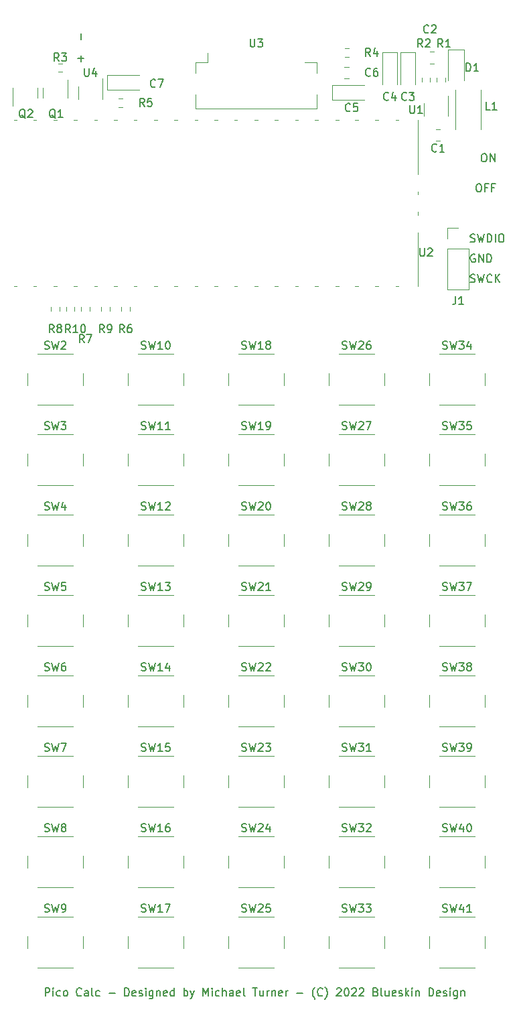
<source format=gbr>
%TF.GenerationSoftware,KiCad,Pcbnew,6.0.5+dfsg-1~bpo11+1*%
%TF.CreationDate,2022-10-03T08:51:32+13:00*%
%TF.ProjectId,ThinCalculator,5468696e-4361-46c6-9375-6c61746f722e,rev?*%
%TF.SameCoordinates,Original*%
%TF.FileFunction,Legend,Top*%
%TF.FilePolarity,Positive*%
%FSLAX46Y46*%
G04 Gerber Fmt 4.6, Leading zero omitted, Abs format (unit mm)*
G04 Created by KiCad (PCBNEW 6.0.5+dfsg-1~bpo11+1) date 2022-10-03 08:51:32*
%MOMM*%
%LPD*%
G01*
G04 APERTURE LIST*
%ADD10C,0.150000*%
%ADD11C,0.120000*%
G04 APERTURE END LIST*
D10*
X157961140Y-58244354D02*
X158151616Y-58244354D01*
X158246854Y-58291974D01*
X158342093Y-58387212D01*
X158389712Y-58577688D01*
X158389712Y-58911021D01*
X158342093Y-59101497D01*
X158246854Y-59196735D01*
X158151616Y-59244354D01*
X157961140Y-59244354D01*
X157865902Y-59196735D01*
X157770664Y-59101497D01*
X157723045Y-58911021D01*
X157723045Y-58577688D01*
X157770664Y-58387212D01*
X157865902Y-58291974D01*
X157961140Y-58244354D01*
X159151616Y-58720545D02*
X158818283Y-58720545D01*
X158818283Y-59244354D02*
X158818283Y-58244354D01*
X159294474Y-58244354D01*
X160008759Y-58720545D02*
X159675426Y-58720545D01*
X159675426Y-59244354D02*
X159675426Y-58244354D01*
X160151616Y-58244354D01*
X158627807Y-54434354D02*
X158818283Y-54434354D01*
X158913521Y-54481974D01*
X159008759Y-54577212D01*
X159056378Y-54767688D01*
X159056378Y-55101021D01*
X159008759Y-55291497D01*
X158913521Y-55386735D01*
X158818283Y-55434354D01*
X158627807Y-55434354D01*
X158532569Y-55386735D01*
X158437331Y-55291497D01*
X158389712Y-55101021D01*
X158389712Y-54767688D01*
X158437331Y-54577212D01*
X158532569Y-54481974D01*
X158627807Y-54434354D01*
X159484950Y-55434354D02*
X159484950Y-54434354D01*
X160056378Y-55434354D01*
X160056378Y-54434354D01*
X157568378Y-67181974D02*
X157473140Y-67134354D01*
X157330283Y-67134354D01*
X157187426Y-67181974D01*
X157092188Y-67277212D01*
X157044569Y-67372450D01*
X156996950Y-67562926D01*
X156996950Y-67705783D01*
X157044569Y-67896259D01*
X157092188Y-67991497D01*
X157187426Y-68086735D01*
X157330283Y-68134354D01*
X157425521Y-68134354D01*
X157568378Y-68086735D01*
X157615997Y-68039116D01*
X157615997Y-67705783D01*
X157425521Y-67705783D01*
X158044569Y-68134354D02*
X158044569Y-67134354D01*
X158615997Y-68134354D01*
X158615997Y-67134354D01*
X159092188Y-68134354D02*
X159092188Y-67134354D01*
X159330283Y-67134354D01*
X159473140Y-67181974D01*
X159568378Y-67277212D01*
X159615997Y-67372450D01*
X159663616Y-67562926D01*
X159663616Y-67705783D01*
X159615997Y-67896259D01*
X159568378Y-67991497D01*
X159473140Y-68086735D01*
X159330283Y-68134354D01*
X159092188Y-68134354D01*
X156996950Y-65546735D02*
X157139807Y-65594354D01*
X157377902Y-65594354D01*
X157473140Y-65546735D01*
X157520759Y-65499116D01*
X157568378Y-65403878D01*
X157568378Y-65308640D01*
X157520759Y-65213402D01*
X157473140Y-65165783D01*
X157377902Y-65118164D01*
X157187426Y-65070545D01*
X157092188Y-65022926D01*
X157044569Y-64975307D01*
X156996950Y-64880069D01*
X156996950Y-64784831D01*
X157044569Y-64689593D01*
X157092188Y-64641974D01*
X157187426Y-64594354D01*
X157425521Y-64594354D01*
X157568378Y-64641974D01*
X157901712Y-64594354D02*
X158139807Y-65594354D01*
X158330283Y-64880069D01*
X158520759Y-65594354D01*
X158758854Y-64594354D01*
X159139807Y-65594354D02*
X159139807Y-64594354D01*
X159377902Y-64594354D01*
X159520759Y-64641974D01*
X159615997Y-64737212D01*
X159663616Y-64832450D01*
X159711235Y-65022926D01*
X159711235Y-65165783D01*
X159663616Y-65356259D01*
X159615997Y-65451497D01*
X159520759Y-65546735D01*
X159377902Y-65594354D01*
X159139807Y-65594354D01*
X160139807Y-65594354D02*
X160139807Y-64594354D01*
X160806474Y-64594354D02*
X160996950Y-64594354D01*
X161092188Y-64641974D01*
X161187426Y-64737212D01*
X161235045Y-64927688D01*
X161235045Y-65261021D01*
X161187426Y-65451497D01*
X161092188Y-65546735D01*
X160996950Y-65594354D01*
X160806474Y-65594354D01*
X160711235Y-65546735D01*
X160615997Y-65451497D01*
X160568378Y-65261021D01*
X160568378Y-64927688D01*
X160615997Y-64737212D01*
X160711235Y-64641974D01*
X160806474Y-64594354D01*
X156996950Y-70626735D02*
X157139807Y-70674354D01*
X157377902Y-70674354D01*
X157473140Y-70626735D01*
X157520759Y-70579116D01*
X157568378Y-70483878D01*
X157568378Y-70388640D01*
X157520759Y-70293402D01*
X157473140Y-70245783D01*
X157377902Y-70198164D01*
X157187426Y-70150545D01*
X157092188Y-70102926D01*
X157044569Y-70055307D01*
X156996950Y-69960069D01*
X156996950Y-69864831D01*
X157044569Y-69769593D01*
X157092188Y-69721974D01*
X157187426Y-69674354D01*
X157425521Y-69674354D01*
X157568378Y-69721974D01*
X157901712Y-69674354D02*
X158139807Y-70674354D01*
X158330283Y-69960069D01*
X158520759Y-70674354D01*
X158758854Y-69674354D01*
X159711235Y-70579116D02*
X159663616Y-70626735D01*
X159520759Y-70674354D01*
X159425521Y-70674354D01*
X159282664Y-70626735D01*
X159187426Y-70531497D01*
X159139807Y-70436259D01*
X159092188Y-70245783D01*
X159092188Y-70102926D01*
X159139807Y-69912450D01*
X159187426Y-69817212D01*
X159282664Y-69721974D01*
X159425521Y-69674354D01*
X159520759Y-69674354D01*
X159663616Y-69721974D01*
X159711235Y-69769593D01*
X160139807Y-70674354D02*
X160139807Y-69674354D01*
X160711235Y-70674354D02*
X160282664Y-70102926D01*
X160711235Y-69674354D02*
X160139807Y-70245783D01*
X107758402Y-42773878D02*
X107758402Y-42011974D01*
X108139354Y-42392926D02*
X107377450Y-42392926D01*
X107758402Y-40011974D02*
X107758402Y-39250069D01*
X103246378Y-160844354D02*
X103246378Y-159844354D01*
X103627331Y-159844354D01*
X103722569Y-159891974D01*
X103770188Y-159939593D01*
X103817807Y-160034831D01*
X103817807Y-160177688D01*
X103770188Y-160272926D01*
X103722569Y-160320545D01*
X103627331Y-160368164D01*
X103246378Y-160368164D01*
X104246378Y-160844354D02*
X104246378Y-160177688D01*
X104246378Y-159844354D02*
X104198759Y-159891974D01*
X104246378Y-159939593D01*
X104293997Y-159891974D01*
X104246378Y-159844354D01*
X104246378Y-159939593D01*
X105151140Y-160796735D02*
X105055902Y-160844354D01*
X104865426Y-160844354D01*
X104770188Y-160796735D01*
X104722569Y-160749116D01*
X104674950Y-160653878D01*
X104674950Y-160368164D01*
X104722569Y-160272926D01*
X104770188Y-160225307D01*
X104865426Y-160177688D01*
X105055902Y-160177688D01*
X105151140Y-160225307D01*
X105722569Y-160844354D02*
X105627331Y-160796735D01*
X105579712Y-160749116D01*
X105532093Y-160653878D01*
X105532093Y-160368164D01*
X105579712Y-160272926D01*
X105627331Y-160225307D01*
X105722569Y-160177688D01*
X105865426Y-160177688D01*
X105960664Y-160225307D01*
X106008283Y-160272926D01*
X106055902Y-160368164D01*
X106055902Y-160653878D01*
X106008283Y-160749116D01*
X105960664Y-160796735D01*
X105865426Y-160844354D01*
X105722569Y-160844354D01*
X107817807Y-160749116D02*
X107770188Y-160796735D01*
X107627331Y-160844354D01*
X107532093Y-160844354D01*
X107389235Y-160796735D01*
X107293997Y-160701497D01*
X107246378Y-160606259D01*
X107198759Y-160415783D01*
X107198759Y-160272926D01*
X107246378Y-160082450D01*
X107293997Y-159987212D01*
X107389235Y-159891974D01*
X107532093Y-159844354D01*
X107627331Y-159844354D01*
X107770188Y-159891974D01*
X107817807Y-159939593D01*
X108674950Y-160844354D02*
X108674950Y-160320545D01*
X108627331Y-160225307D01*
X108532093Y-160177688D01*
X108341616Y-160177688D01*
X108246378Y-160225307D01*
X108674950Y-160796735D02*
X108579712Y-160844354D01*
X108341616Y-160844354D01*
X108246378Y-160796735D01*
X108198759Y-160701497D01*
X108198759Y-160606259D01*
X108246378Y-160511021D01*
X108341616Y-160463402D01*
X108579712Y-160463402D01*
X108674950Y-160415783D01*
X109293997Y-160844354D02*
X109198759Y-160796735D01*
X109151140Y-160701497D01*
X109151140Y-159844354D01*
X110103521Y-160796735D02*
X110008283Y-160844354D01*
X109817807Y-160844354D01*
X109722569Y-160796735D01*
X109674950Y-160749116D01*
X109627331Y-160653878D01*
X109627331Y-160368164D01*
X109674950Y-160272926D01*
X109722569Y-160225307D01*
X109817807Y-160177688D01*
X110008283Y-160177688D01*
X110103521Y-160225307D01*
X111293997Y-160463402D02*
X112055902Y-160463402D01*
X113293997Y-160844354D02*
X113293997Y-159844354D01*
X113532093Y-159844354D01*
X113674950Y-159891974D01*
X113770188Y-159987212D01*
X113817807Y-160082450D01*
X113865426Y-160272926D01*
X113865426Y-160415783D01*
X113817807Y-160606259D01*
X113770188Y-160701497D01*
X113674950Y-160796735D01*
X113532093Y-160844354D01*
X113293997Y-160844354D01*
X114674950Y-160796735D02*
X114579712Y-160844354D01*
X114389235Y-160844354D01*
X114293997Y-160796735D01*
X114246378Y-160701497D01*
X114246378Y-160320545D01*
X114293997Y-160225307D01*
X114389235Y-160177688D01*
X114579712Y-160177688D01*
X114674950Y-160225307D01*
X114722569Y-160320545D01*
X114722569Y-160415783D01*
X114246378Y-160511021D01*
X115103521Y-160796735D02*
X115198759Y-160844354D01*
X115389235Y-160844354D01*
X115484474Y-160796735D01*
X115532093Y-160701497D01*
X115532093Y-160653878D01*
X115484474Y-160558640D01*
X115389235Y-160511021D01*
X115246378Y-160511021D01*
X115151140Y-160463402D01*
X115103521Y-160368164D01*
X115103521Y-160320545D01*
X115151140Y-160225307D01*
X115246378Y-160177688D01*
X115389235Y-160177688D01*
X115484474Y-160225307D01*
X115960664Y-160844354D02*
X115960664Y-160177688D01*
X115960664Y-159844354D02*
X115913045Y-159891974D01*
X115960664Y-159939593D01*
X116008283Y-159891974D01*
X115960664Y-159844354D01*
X115960664Y-159939593D01*
X116865426Y-160177688D02*
X116865426Y-160987212D01*
X116817807Y-161082450D01*
X116770188Y-161130069D01*
X116674950Y-161177688D01*
X116532093Y-161177688D01*
X116436854Y-161130069D01*
X116865426Y-160796735D02*
X116770188Y-160844354D01*
X116579712Y-160844354D01*
X116484474Y-160796735D01*
X116436854Y-160749116D01*
X116389235Y-160653878D01*
X116389235Y-160368164D01*
X116436854Y-160272926D01*
X116484474Y-160225307D01*
X116579712Y-160177688D01*
X116770188Y-160177688D01*
X116865426Y-160225307D01*
X117341616Y-160177688D02*
X117341616Y-160844354D01*
X117341616Y-160272926D02*
X117389235Y-160225307D01*
X117484474Y-160177688D01*
X117627331Y-160177688D01*
X117722569Y-160225307D01*
X117770188Y-160320545D01*
X117770188Y-160844354D01*
X118627331Y-160796735D02*
X118532093Y-160844354D01*
X118341616Y-160844354D01*
X118246378Y-160796735D01*
X118198759Y-160701497D01*
X118198759Y-160320545D01*
X118246378Y-160225307D01*
X118341616Y-160177688D01*
X118532093Y-160177688D01*
X118627331Y-160225307D01*
X118674950Y-160320545D01*
X118674950Y-160415783D01*
X118198759Y-160511021D01*
X119532093Y-160844354D02*
X119532093Y-159844354D01*
X119532093Y-160796735D02*
X119436854Y-160844354D01*
X119246378Y-160844354D01*
X119151140Y-160796735D01*
X119103521Y-160749116D01*
X119055902Y-160653878D01*
X119055902Y-160368164D01*
X119103521Y-160272926D01*
X119151140Y-160225307D01*
X119246378Y-160177688D01*
X119436854Y-160177688D01*
X119532093Y-160225307D01*
X120770188Y-160844354D02*
X120770188Y-159844354D01*
X120770188Y-160225307D02*
X120865426Y-160177688D01*
X121055902Y-160177688D01*
X121151140Y-160225307D01*
X121198759Y-160272926D01*
X121246378Y-160368164D01*
X121246378Y-160653878D01*
X121198759Y-160749116D01*
X121151140Y-160796735D01*
X121055902Y-160844354D01*
X120865426Y-160844354D01*
X120770188Y-160796735D01*
X121579712Y-160177688D02*
X121817807Y-160844354D01*
X122055902Y-160177688D02*
X121817807Y-160844354D01*
X121722569Y-161082450D01*
X121674950Y-161130069D01*
X121579712Y-161177688D01*
X123198759Y-160844354D02*
X123198759Y-159844354D01*
X123532093Y-160558640D01*
X123865426Y-159844354D01*
X123865426Y-160844354D01*
X124341616Y-160844354D02*
X124341616Y-160177688D01*
X124341616Y-159844354D02*
X124293997Y-159891974D01*
X124341616Y-159939593D01*
X124389235Y-159891974D01*
X124341616Y-159844354D01*
X124341616Y-159939593D01*
X125246378Y-160796735D02*
X125151140Y-160844354D01*
X124960664Y-160844354D01*
X124865426Y-160796735D01*
X124817807Y-160749116D01*
X124770188Y-160653878D01*
X124770188Y-160368164D01*
X124817807Y-160272926D01*
X124865426Y-160225307D01*
X124960664Y-160177688D01*
X125151140Y-160177688D01*
X125246378Y-160225307D01*
X125674950Y-160844354D02*
X125674950Y-159844354D01*
X126103521Y-160844354D02*
X126103521Y-160320545D01*
X126055902Y-160225307D01*
X125960664Y-160177688D01*
X125817807Y-160177688D01*
X125722569Y-160225307D01*
X125674950Y-160272926D01*
X127008283Y-160844354D02*
X127008283Y-160320545D01*
X126960664Y-160225307D01*
X126865426Y-160177688D01*
X126674950Y-160177688D01*
X126579712Y-160225307D01*
X127008283Y-160796735D02*
X126913045Y-160844354D01*
X126674950Y-160844354D01*
X126579712Y-160796735D01*
X126532093Y-160701497D01*
X126532093Y-160606259D01*
X126579712Y-160511021D01*
X126674950Y-160463402D01*
X126913045Y-160463402D01*
X127008283Y-160415783D01*
X127865426Y-160796735D02*
X127770188Y-160844354D01*
X127579712Y-160844354D01*
X127484474Y-160796735D01*
X127436854Y-160701497D01*
X127436854Y-160320545D01*
X127484474Y-160225307D01*
X127579712Y-160177688D01*
X127770188Y-160177688D01*
X127865426Y-160225307D01*
X127913045Y-160320545D01*
X127913045Y-160415783D01*
X127436854Y-160511021D01*
X128484474Y-160844354D02*
X128389235Y-160796735D01*
X128341616Y-160701497D01*
X128341616Y-159844354D01*
X129484474Y-159844354D02*
X130055902Y-159844354D01*
X129770188Y-160844354D02*
X129770188Y-159844354D01*
X130817807Y-160177688D02*
X130817807Y-160844354D01*
X130389235Y-160177688D02*
X130389235Y-160701497D01*
X130436854Y-160796735D01*
X130532093Y-160844354D01*
X130674950Y-160844354D01*
X130770188Y-160796735D01*
X130817807Y-160749116D01*
X131293997Y-160844354D02*
X131293997Y-160177688D01*
X131293997Y-160368164D02*
X131341616Y-160272926D01*
X131389235Y-160225307D01*
X131484474Y-160177688D01*
X131579712Y-160177688D01*
X131913045Y-160177688D02*
X131913045Y-160844354D01*
X131913045Y-160272926D02*
X131960664Y-160225307D01*
X132055902Y-160177688D01*
X132198759Y-160177688D01*
X132293997Y-160225307D01*
X132341616Y-160320545D01*
X132341616Y-160844354D01*
X133198759Y-160796735D02*
X133103521Y-160844354D01*
X132913045Y-160844354D01*
X132817807Y-160796735D01*
X132770188Y-160701497D01*
X132770188Y-160320545D01*
X132817807Y-160225307D01*
X132913045Y-160177688D01*
X133103521Y-160177688D01*
X133198759Y-160225307D01*
X133246378Y-160320545D01*
X133246378Y-160415783D01*
X132770188Y-160511021D01*
X133674950Y-160844354D02*
X133674950Y-160177688D01*
X133674950Y-160368164D02*
X133722569Y-160272926D01*
X133770188Y-160225307D01*
X133865426Y-160177688D01*
X133960664Y-160177688D01*
X135055902Y-160463402D02*
X135817807Y-160463402D01*
X137341616Y-161225307D02*
X137293997Y-161177688D01*
X137198759Y-161034831D01*
X137151140Y-160939593D01*
X137103521Y-160796735D01*
X137055902Y-160558640D01*
X137055902Y-160368164D01*
X137103521Y-160130069D01*
X137151140Y-159987212D01*
X137198759Y-159891974D01*
X137293997Y-159749116D01*
X137341616Y-159701497D01*
X138293997Y-160749116D02*
X138246378Y-160796735D01*
X138103521Y-160844354D01*
X138008283Y-160844354D01*
X137865426Y-160796735D01*
X137770188Y-160701497D01*
X137722569Y-160606259D01*
X137674950Y-160415783D01*
X137674950Y-160272926D01*
X137722569Y-160082450D01*
X137770188Y-159987212D01*
X137865426Y-159891974D01*
X138008283Y-159844354D01*
X138103521Y-159844354D01*
X138246378Y-159891974D01*
X138293997Y-159939593D01*
X138627331Y-161225307D02*
X138674950Y-161177688D01*
X138770188Y-161034831D01*
X138817807Y-160939593D01*
X138865426Y-160796735D01*
X138913045Y-160558640D01*
X138913045Y-160368164D01*
X138865426Y-160130069D01*
X138817807Y-159987212D01*
X138770188Y-159891974D01*
X138674950Y-159749116D01*
X138627331Y-159701497D01*
X140103521Y-159939593D02*
X140151140Y-159891974D01*
X140246378Y-159844354D01*
X140484474Y-159844354D01*
X140579712Y-159891974D01*
X140627331Y-159939593D01*
X140674950Y-160034831D01*
X140674950Y-160130069D01*
X140627331Y-160272926D01*
X140055902Y-160844354D01*
X140674950Y-160844354D01*
X141293997Y-159844354D02*
X141389235Y-159844354D01*
X141484474Y-159891974D01*
X141532093Y-159939593D01*
X141579712Y-160034831D01*
X141627331Y-160225307D01*
X141627331Y-160463402D01*
X141579712Y-160653878D01*
X141532093Y-160749116D01*
X141484474Y-160796735D01*
X141389235Y-160844354D01*
X141293997Y-160844354D01*
X141198759Y-160796735D01*
X141151140Y-160749116D01*
X141103521Y-160653878D01*
X141055902Y-160463402D01*
X141055902Y-160225307D01*
X141103521Y-160034831D01*
X141151140Y-159939593D01*
X141198759Y-159891974D01*
X141293997Y-159844354D01*
X142008283Y-159939593D02*
X142055902Y-159891974D01*
X142151140Y-159844354D01*
X142389235Y-159844354D01*
X142484474Y-159891974D01*
X142532093Y-159939593D01*
X142579712Y-160034831D01*
X142579712Y-160130069D01*
X142532093Y-160272926D01*
X141960664Y-160844354D01*
X142579712Y-160844354D01*
X142960664Y-159939593D02*
X143008283Y-159891974D01*
X143103521Y-159844354D01*
X143341616Y-159844354D01*
X143436854Y-159891974D01*
X143484474Y-159939593D01*
X143532093Y-160034831D01*
X143532093Y-160130069D01*
X143484474Y-160272926D01*
X142913045Y-160844354D01*
X143532093Y-160844354D01*
X145055902Y-160320545D02*
X145198759Y-160368164D01*
X145246378Y-160415783D01*
X145293997Y-160511021D01*
X145293997Y-160653878D01*
X145246378Y-160749116D01*
X145198759Y-160796735D01*
X145103521Y-160844354D01*
X144722569Y-160844354D01*
X144722569Y-159844354D01*
X145055902Y-159844354D01*
X145151140Y-159891974D01*
X145198759Y-159939593D01*
X145246378Y-160034831D01*
X145246378Y-160130069D01*
X145198759Y-160225307D01*
X145151140Y-160272926D01*
X145055902Y-160320545D01*
X144722569Y-160320545D01*
X145865426Y-160844354D02*
X145770188Y-160796735D01*
X145722569Y-160701497D01*
X145722569Y-159844354D01*
X146674950Y-160177688D02*
X146674950Y-160844354D01*
X146246378Y-160177688D02*
X146246378Y-160701497D01*
X146293997Y-160796735D01*
X146389235Y-160844354D01*
X146532093Y-160844354D01*
X146627331Y-160796735D01*
X146674950Y-160749116D01*
X147532093Y-160796735D02*
X147436854Y-160844354D01*
X147246378Y-160844354D01*
X147151140Y-160796735D01*
X147103521Y-160701497D01*
X147103521Y-160320545D01*
X147151140Y-160225307D01*
X147246378Y-160177688D01*
X147436854Y-160177688D01*
X147532093Y-160225307D01*
X147579712Y-160320545D01*
X147579712Y-160415783D01*
X147103521Y-160511021D01*
X147960664Y-160796735D02*
X148055902Y-160844354D01*
X148246378Y-160844354D01*
X148341616Y-160796735D01*
X148389235Y-160701497D01*
X148389235Y-160653878D01*
X148341616Y-160558640D01*
X148246378Y-160511021D01*
X148103521Y-160511021D01*
X148008283Y-160463402D01*
X147960664Y-160368164D01*
X147960664Y-160320545D01*
X148008283Y-160225307D01*
X148103521Y-160177688D01*
X148246378Y-160177688D01*
X148341616Y-160225307D01*
X148817807Y-160844354D02*
X148817807Y-159844354D01*
X148913045Y-160463402D02*
X149198759Y-160844354D01*
X149198759Y-160177688D02*
X148817807Y-160558640D01*
X149627331Y-160844354D02*
X149627331Y-160177688D01*
X149627331Y-159844354D02*
X149579712Y-159891974D01*
X149627331Y-159939593D01*
X149674950Y-159891974D01*
X149627331Y-159844354D01*
X149627331Y-159939593D01*
X150103521Y-160177688D02*
X150103521Y-160844354D01*
X150103521Y-160272926D02*
X150151140Y-160225307D01*
X150246378Y-160177688D01*
X150389235Y-160177688D01*
X150484474Y-160225307D01*
X150532093Y-160320545D01*
X150532093Y-160844354D01*
X151770188Y-160844354D02*
X151770188Y-159844354D01*
X152008283Y-159844354D01*
X152151140Y-159891974D01*
X152246378Y-159987212D01*
X152293997Y-160082450D01*
X152341616Y-160272926D01*
X152341616Y-160415783D01*
X152293997Y-160606259D01*
X152246378Y-160701497D01*
X152151140Y-160796735D01*
X152008283Y-160844354D01*
X151770188Y-160844354D01*
X153151140Y-160796735D02*
X153055902Y-160844354D01*
X152865426Y-160844354D01*
X152770188Y-160796735D01*
X152722569Y-160701497D01*
X152722569Y-160320545D01*
X152770188Y-160225307D01*
X152865426Y-160177688D01*
X153055902Y-160177688D01*
X153151140Y-160225307D01*
X153198759Y-160320545D01*
X153198759Y-160415783D01*
X152722569Y-160511021D01*
X153579712Y-160796735D02*
X153674950Y-160844354D01*
X153865426Y-160844354D01*
X153960664Y-160796735D01*
X154008283Y-160701497D01*
X154008283Y-160653878D01*
X153960664Y-160558640D01*
X153865426Y-160511021D01*
X153722569Y-160511021D01*
X153627331Y-160463402D01*
X153579712Y-160368164D01*
X153579712Y-160320545D01*
X153627331Y-160225307D01*
X153722569Y-160177688D01*
X153865426Y-160177688D01*
X153960664Y-160225307D01*
X154436854Y-160844354D02*
X154436854Y-160177688D01*
X154436854Y-159844354D02*
X154389235Y-159891974D01*
X154436854Y-159939593D01*
X154484474Y-159891974D01*
X154436854Y-159844354D01*
X154436854Y-159939593D01*
X155341616Y-160177688D02*
X155341616Y-160987212D01*
X155293997Y-161082450D01*
X155246378Y-161130069D01*
X155151140Y-161177688D01*
X155008283Y-161177688D01*
X154913045Y-161130069D01*
X155341616Y-160796735D02*
X155246378Y-160844354D01*
X155055902Y-160844354D01*
X154960664Y-160796735D01*
X154913045Y-160749116D01*
X154865426Y-160653878D01*
X154865426Y-160368164D01*
X154913045Y-160272926D01*
X154960664Y-160225307D01*
X155055902Y-160177688D01*
X155246378Y-160177688D01*
X155341616Y-160225307D01*
X155817807Y-160177688D02*
X155817807Y-160844354D01*
X155817807Y-160272926D02*
X155865426Y-160225307D01*
X155960664Y-160177688D01*
X156103521Y-160177688D01*
X156198759Y-160225307D01*
X156246378Y-160320545D01*
X156246378Y-160844354D01*
%TO.C,U3*%
X129150069Y-39939354D02*
X129150069Y-40748878D01*
X129197688Y-40844116D01*
X129245307Y-40891735D01*
X129340545Y-40939354D01*
X129531021Y-40939354D01*
X129626259Y-40891735D01*
X129673878Y-40844116D01*
X129721497Y-40748878D01*
X129721497Y-39939354D01*
X130102450Y-39939354D02*
X130721497Y-39939354D01*
X130388164Y-40320307D01*
X130531021Y-40320307D01*
X130626259Y-40367926D01*
X130673878Y-40415545D01*
X130721497Y-40510783D01*
X130721497Y-40748878D01*
X130673878Y-40844116D01*
X130626259Y-40891735D01*
X130531021Y-40939354D01*
X130245307Y-40939354D01*
X130150069Y-40891735D01*
X130102450Y-40844116D01*
%TO.C,J1*%
X155105640Y-72468354D02*
X155105640Y-73182640D01*
X155058021Y-73325497D01*
X154962783Y-73420735D01*
X154819926Y-73468354D01*
X154724688Y-73468354D01*
X156105640Y-73468354D02*
X155534212Y-73468354D01*
X155819926Y-73468354D02*
X155819926Y-72468354D01*
X155724688Y-72611212D01*
X155629450Y-72706450D01*
X155534212Y-72754069D01*
%TO.C,D1*%
X156478878Y-44004354D02*
X156478878Y-43004354D01*
X156716974Y-43004354D01*
X156859831Y-43051974D01*
X156955069Y-43147212D01*
X157002688Y-43242450D01*
X157050307Y-43432926D01*
X157050307Y-43575783D01*
X157002688Y-43766259D01*
X156955069Y-43861497D01*
X156859831Y-43956735D01*
X156716974Y-44004354D01*
X156478878Y-44004354D01*
X158002688Y-44004354D02*
X157431259Y-44004354D01*
X157716974Y-44004354D02*
X157716974Y-43004354D01*
X157621735Y-43147212D01*
X157526497Y-43242450D01*
X157431259Y-43290069D01*
%TO.C,R1*%
X153494307Y-40956354D02*
X153160974Y-40480164D01*
X152922878Y-40956354D02*
X152922878Y-39956354D01*
X153303831Y-39956354D01*
X153399069Y-40003974D01*
X153446688Y-40051593D01*
X153494307Y-40146831D01*
X153494307Y-40289688D01*
X153446688Y-40384926D01*
X153399069Y-40432545D01*
X153303831Y-40480164D01*
X152922878Y-40480164D01*
X154446688Y-40956354D02*
X153875259Y-40956354D01*
X154160974Y-40956354D02*
X154160974Y-39956354D01*
X154065735Y-40099212D01*
X153970497Y-40194450D01*
X153875259Y-40242069D01*
%TO.C,R2*%
X150954307Y-40956354D02*
X150620974Y-40480164D01*
X150382878Y-40956354D02*
X150382878Y-39956354D01*
X150763831Y-39956354D01*
X150859069Y-40003974D01*
X150906688Y-40051593D01*
X150954307Y-40146831D01*
X150954307Y-40289688D01*
X150906688Y-40384926D01*
X150859069Y-40432545D01*
X150763831Y-40480164D01*
X150382878Y-40480164D01*
X151335259Y-40051593D02*
X151382878Y-40003974D01*
X151478116Y-39956354D01*
X151716212Y-39956354D01*
X151811450Y-40003974D01*
X151859069Y-40051593D01*
X151906688Y-40146831D01*
X151906688Y-40242069D01*
X151859069Y-40384926D01*
X151287640Y-40956354D01*
X151906688Y-40956354D01*
%TO.C,C1*%
X152732307Y-54098116D02*
X152684688Y-54145735D01*
X152541831Y-54193354D01*
X152446593Y-54193354D01*
X152303735Y-54145735D01*
X152208497Y-54050497D01*
X152160878Y-53955259D01*
X152113259Y-53764783D01*
X152113259Y-53621926D01*
X152160878Y-53431450D01*
X152208497Y-53336212D01*
X152303735Y-53240974D01*
X152446593Y-53193354D01*
X152541831Y-53193354D01*
X152684688Y-53240974D01*
X152732307Y-53288593D01*
X153684688Y-54193354D02*
X153113259Y-54193354D01*
X153398974Y-54193354D02*
X153398974Y-53193354D01*
X153303735Y-53336212D01*
X153208497Y-53431450D01*
X153113259Y-53479069D01*
%TO.C,L1*%
X159463307Y-48866354D02*
X158987116Y-48866354D01*
X158987116Y-47866354D01*
X160320450Y-48866354D02*
X159749021Y-48866354D01*
X160034735Y-48866354D02*
X160034735Y-47866354D01*
X159939497Y-48009212D01*
X159844259Y-48104450D01*
X159749021Y-48152069D01*
%TO.C,C2*%
X151716307Y-39083116D02*
X151668688Y-39130735D01*
X151525831Y-39178354D01*
X151430593Y-39178354D01*
X151287735Y-39130735D01*
X151192497Y-39035497D01*
X151144878Y-38940259D01*
X151097259Y-38749783D01*
X151097259Y-38606926D01*
X151144878Y-38416450D01*
X151192497Y-38321212D01*
X151287735Y-38225974D01*
X151430593Y-38178354D01*
X151525831Y-38178354D01*
X151668688Y-38225974D01*
X151716307Y-38273593D01*
X152097259Y-38273593D02*
X152144878Y-38225974D01*
X152240116Y-38178354D01*
X152478212Y-38178354D01*
X152573450Y-38225974D01*
X152621069Y-38273593D01*
X152668688Y-38368831D01*
X152668688Y-38464069D01*
X152621069Y-38606926D01*
X152049640Y-39178354D01*
X152668688Y-39178354D01*
%TO.C,U1*%
X149343069Y-48338354D02*
X149343069Y-49147878D01*
X149390688Y-49243116D01*
X149438307Y-49290735D01*
X149533545Y-49338354D01*
X149724021Y-49338354D01*
X149819259Y-49290735D01*
X149866878Y-49243116D01*
X149914497Y-49147878D01*
X149914497Y-48338354D01*
X150914497Y-49338354D02*
X150343069Y-49338354D01*
X150628783Y-49338354D02*
X150628783Y-48338354D01*
X150533545Y-48481212D01*
X150438307Y-48576450D01*
X150343069Y-48624069D01*
%TO.C,SW41*%
X153502450Y-150196735D02*
X153645307Y-150244354D01*
X153883402Y-150244354D01*
X153978640Y-150196735D01*
X154026259Y-150149116D01*
X154073878Y-150053878D01*
X154073878Y-149958640D01*
X154026259Y-149863402D01*
X153978640Y-149815783D01*
X153883402Y-149768164D01*
X153692926Y-149720545D01*
X153597688Y-149672926D01*
X153550069Y-149625307D01*
X153502450Y-149530069D01*
X153502450Y-149434831D01*
X153550069Y-149339593D01*
X153597688Y-149291974D01*
X153692926Y-149244354D01*
X153931021Y-149244354D01*
X154073878Y-149291974D01*
X154407212Y-149244354D02*
X154645307Y-150244354D01*
X154835783Y-149530069D01*
X155026259Y-150244354D01*
X155264354Y-149244354D01*
X156073878Y-149577688D02*
X156073878Y-150244354D01*
X155835783Y-149196735D02*
X155597688Y-149911021D01*
X156216735Y-149911021D01*
X157121497Y-150244354D02*
X156550069Y-150244354D01*
X156835783Y-150244354D02*
X156835783Y-149244354D01*
X156740545Y-149387212D01*
X156645307Y-149482450D01*
X156550069Y-149530069D01*
%TO.C,SW40*%
X153502450Y-140036735D02*
X153645307Y-140084354D01*
X153883402Y-140084354D01*
X153978640Y-140036735D01*
X154026259Y-139989116D01*
X154073878Y-139893878D01*
X154073878Y-139798640D01*
X154026259Y-139703402D01*
X153978640Y-139655783D01*
X153883402Y-139608164D01*
X153692926Y-139560545D01*
X153597688Y-139512926D01*
X153550069Y-139465307D01*
X153502450Y-139370069D01*
X153502450Y-139274831D01*
X153550069Y-139179593D01*
X153597688Y-139131974D01*
X153692926Y-139084354D01*
X153931021Y-139084354D01*
X154073878Y-139131974D01*
X154407212Y-139084354D02*
X154645307Y-140084354D01*
X154835783Y-139370069D01*
X155026259Y-140084354D01*
X155264354Y-139084354D01*
X156073878Y-139417688D02*
X156073878Y-140084354D01*
X155835783Y-139036735D02*
X155597688Y-139751021D01*
X156216735Y-139751021D01*
X156788164Y-139084354D02*
X156883402Y-139084354D01*
X156978640Y-139131974D01*
X157026259Y-139179593D01*
X157073878Y-139274831D01*
X157121497Y-139465307D01*
X157121497Y-139703402D01*
X157073878Y-139893878D01*
X157026259Y-139989116D01*
X156978640Y-140036735D01*
X156883402Y-140084354D01*
X156788164Y-140084354D01*
X156692926Y-140036735D01*
X156645307Y-139989116D01*
X156597688Y-139893878D01*
X156550069Y-139703402D01*
X156550069Y-139465307D01*
X156597688Y-139274831D01*
X156645307Y-139179593D01*
X156692926Y-139131974D01*
X156788164Y-139084354D01*
%TO.C,SW39*%
X153502450Y-129876735D02*
X153645307Y-129924354D01*
X153883402Y-129924354D01*
X153978640Y-129876735D01*
X154026259Y-129829116D01*
X154073878Y-129733878D01*
X154073878Y-129638640D01*
X154026259Y-129543402D01*
X153978640Y-129495783D01*
X153883402Y-129448164D01*
X153692926Y-129400545D01*
X153597688Y-129352926D01*
X153550069Y-129305307D01*
X153502450Y-129210069D01*
X153502450Y-129114831D01*
X153550069Y-129019593D01*
X153597688Y-128971974D01*
X153692926Y-128924354D01*
X153931021Y-128924354D01*
X154073878Y-128971974D01*
X154407212Y-128924354D02*
X154645307Y-129924354D01*
X154835783Y-129210069D01*
X155026259Y-129924354D01*
X155264354Y-128924354D01*
X155550069Y-128924354D02*
X156169116Y-128924354D01*
X155835783Y-129305307D01*
X155978640Y-129305307D01*
X156073878Y-129352926D01*
X156121497Y-129400545D01*
X156169116Y-129495783D01*
X156169116Y-129733878D01*
X156121497Y-129829116D01*
X156073878Y-129876735D01*
X155978640Y-129924354D01*
X155692926Y-129924354D01*
X155597688Y-129876735D01*
X155550069Y-129829116D01*
X156645307Y-129924354D02*
X156835783Y-129924354D01*
X156931021Y-129876735D01*
X156978640Y-129829116D01*
X157073878Y-129686259D01*
X157121497Y-129495783D01*
X157121497Y-129114831D01*
X157073878Y-129019593D01*
X157026259Y-128971974D01*
X156931021Y-128924354D01*
X156740545Y-128924354D01*
X156645307Y-128971974D01*
X156597688Y-129019593D01*
X156550069Y-129114831D01*
X156550069Y-129352926D01*
X156597688Y-129448164D01*
X156645307Y-129495783D01*
X156740545Y-129543402D01*
X156931021Y-129543402D01*
X157026259Y-129495783D01*
X157073878Y-129448164D01*
X157121497Y-129352926D01*
%TO.C,SW38*%
X153502450Y-119716735D02*
X153645307Y-119764354D01*
X153883402Y-119764354D01*
X153978640Y-119716735D01*
X154026259Y-119669116D01*
X154073878Y-119573878D01*
X154073878Y-119478640D01*
X154026259Y-119383402D01*
X153978640Y-119335783D01*
X153883402Y-119288164D01*
X153692926Y-119240545D01*
X153597688Y-119192926D01*
X153550069Y-119145307D01*
X153502450Y-119050069D01*
X153502450Y-118954831D01*
X153550069Y-118859593D01*
X153597688Y-118811974D01*
X153692926Y-118764354D01*
X153931021Y-118764354D01*
X154073878Y-118811974D01*
X154407212Y-118764354D02*
X154645307Y-119764354D01*
X154835783Y-119050069D01*
X155026259Y-119764354D01*
X155264354Y-118764354D01*
X155550069Y-118764354D02*
X156169116Y-118764354D01*
X155835783Y-119145307D01*
X155978640Y-119145307D01*
X156073878Y-119192926D01*
X156121497Y-119240545D01*
X156169116Y-119335783D01*
X156169116Y-119573878D01*
X156121497Y-119669116D01*
X156073878Y-119716735D01*
X155978640Y-119764354D01*
X155692926Y-119764354D01*
X155597688Y-119716735D01*
X155550069Y-119669116D01*
X156740545Y-119192926D02*
X156645307Y-119145307D01*
X156597688Y-119097688D01*
X156550069Y-119002450D01*
X156550069Y-118954831D01*
X156597688Y-118859593D01*
X156645307Y-118811974D01*
X156740545Y-118764354D01*
X156931021Y-118764354D01*
X157026259Y-118811974D01*
X157073878Y-118859593D01*
X157121497Y-118954831D01*
X157121497Y-119002450D01*
X157073878Y-119097688D01*
X157026259Y-119145307D01*
X156931021Y-119192926D01*
X156740545Y-119192926D01*
X156645307Y-119240545D01*
X156597688Y-119288164D01*
X156550069Y-119383402D01*
X156550069Y-119573878D01*
X156597688Y-119669116D01*
X156645307Y-119716735D01*
X156740545Y-119764354D01*
X156931021Y-119764354D01*
X157026259Y-119716735D01*
X157073878Y-119669116D01*
X157121497Y-119573878D01*
X157121497Y-119383402D01*
X157073878Y-119288164D01*
X157026259Y-119240545D01*
X156931021Y-119192926D01*
%TO.C,SW37*%
X153502450Y-109556735D02*
X153645307Y-109604354D01*
X153883402Y-109604354D01*
X153978640Y-109556735D01*
X154026259Y-109509116D01*
X154073878Y-109413878D01*
X154073878Y-109318640D01*
X154026259Y-109223402D01*
X153978640Y-109175783D01*
X153883402Y-109128164D01*
X153692926Y-109080545D01*
X153597688Y-109032926D01*
X153550069Y-108985307D01*
X153502450Y-108890069D01*
X153502450Y-108794831D01*
X153550069Y-108699593D01*
X153597688Y-108651974D01*
X153692926Y-108604354D01*
X153931021Y-108604354D01*
X154073878Y-108651974D01*
X154407212Y-108604354D02*
X154645307Y-109604354D01*
X154835783Y-108890069D01*
X155026259Y-109604354D01*
X155264354Y-108604354D01*
X155550069Y-108604354D02*
X156169116Y-108604354D01*
X155835783Y-108985307D01*
X155978640Y-108985307D01*
X156073878Y-109032926D01*
X156121497Y-109080545D01*
X156169116Y-109175783D01*
X156169116Y-109413878D01*
X156121497Y-109509116D01*
X156073878Y-109556735D01*
X155978640Y-109604354D01*
X155692926Y-109604354D01*
X155597688Y-109556735D01*
X155550069Y-109509116D01*
X156502450Y-108604354D02*
X157169116Y-108604354D01*
X156740545Y-109604354D01*
%TO.C,SW36*%
X153502450Y-99396735D02*
X153645307Y-99444354D01*
X153883402Y-99444354D01*
X153978640Y-99396735D01*
X154026259Y-99349116D01*
X154073878Y-99253878D01*
X154073878Y-99158640D01*
X154026259Y-99063402D01*
X153978640Y-99015783D01*
X153883402Y-98968164D01*
X153692926Y-98920545D01*
X153597688Y-98872926D01*
X153550069Y-98825307D01*
X153502450Y-98730069D01*
X153502450Y-98634831D01*
X153550069Y-98539593D01*
X153597688Y-98491974D01*
X153692926Y-98444354D01*
X153931021Y-98444354D01*
X154073878Y-98491974D01*
X154407212Y-98444354D02*
X154645307Y-99444354D01*
X154835783Y-98730069D01*
X155026259Y-99444354D01*
X155264354Y-98444354D01*
X155550069Y-98444354D02*
X156169116Y-98444354D01*
X155835783Y-98825307D01*
X155978640Y-98825307D01*
X156073878Y-98872926D01*
X156121497Y-98920545D01*
X156169116Y-99015783D01*
X156169116Y-99253878D01*
X156121497Y-99349116D01*
X156073878Y-99396735D01*
X155978640Y-99444354D01*
X155692926Y-99444354D01*
X155597688Y-99396735D01*
X155550069Y-99349116D01*
X157026259Y-98444354D02*
X156835783Y-98444354D01*
X156740545Y-98491974D01*
X156692926Y-98539593D01*
X156597688Y-98682450D01*
X156550069Y-98872926D01*
X156550069Y-99253878D01*
X156597688Y-99349116D01*
X156645307Y-99396735D01*
X156740545Y-99444354D01*
X156931021Y-99444354D01*
X157026259Y-99396735D01*
X157073878Y-99349116D01*
X157121497Y-99253878D01*
X157121497Y-99015783D01*
X157073878Y-98920545D01*
X157026259Y-98872926D01*
X156931021Y-98825307D01*
X156740545Y-98825307D01*
X156645307Y-98872926D01*
X156597688Y-98920545D01*
X156550069Y-99015783D01*
%TO.C,SW35*%
X153502450Y-89236735D02*
X153645307Y-89284354D01*
X153883402Y-89284354D01*
X153978640Y-89236735D01*
X154026259Y-89189116D01*
X154073878Y-89093878D01*
X154073878Y-88998640D01*
X154026259Y-88903402D01*
X153978640Y-88855783D01*
X153883402Y-88808164D01*
X153692926Y-88760545D01*
X153597688Y-88712926D01*
X153550069Y-88665307D01*
X153502450Y-88570069D01*
X153502450Y-88474831D01*
X153550069Y-88379593D01*
X153597688Y-88331974D01*
X153692926Y-88284354D01*
X153931021Y-88284354D01*
X154073878Y-88331974D01*
X154407212Y-88284354D02*
X154645307Y-89284354D01*
X154835783Y-88570069D01*
X155026259Y-89284354D01*
X155264354Y-88284354D01*
X155550069Y-88284354D02*
X156169116Y-88284354D01*
X155835783Y-88665307D01*
X155978640Y-88665307D01*
X156073878Y-88712926D01*
X156121497Y-88760545D01*
X156169116Y-88855783D01*
X156169116Y-89093878D01*
X156121497Y-89189116D01*
X156073878Y-89236735D01*
X155978640Y-89284354D01*
X155692926Y-89284354D01*
X155597688Y-89236735D01*
X155550069Y-89189116D01*
X157073878Y-88284354D02*
X156597688Y-88284354D01*
X156550069Y-88760545D01*
X156597688Y-88712926D01*
X156692926Y-88665307D01*
X156931021Y-88665307D01*
X157026259Y-88712926D01*
X157073878Y-88760545D01*
X157121497Y-88855783D01*
X157121497Y-89093878D01*
X157073878Y-89189116D01*
X157026259Y-89236735D01*
X156931021Y-89284354D01*
X156692926Y-89284354D01*
X156597688Y-89236735D01*
X156550069Y-89189116D01*
%TO.C,SW34*%
X153502450Y-79076735D02*
X153645307Y-79124354D01*
X153883402Y-79124354D01*
X153978640Y-79076735D01*
X154026259Y-79029116D01*
X154073878Y-78933878D01*
X154073878Y-78838640D01*
X154026259Y-78743402D01*
X153978640Y-78695783D01*
X153883402Y-78648164D01*
X153692926Y-78600545D01*
X153597688Y-78552926D01*
X153550069Y-78505307D01*
X153502450Y-78410069D01*
X153502450Y-78314831D01*
X153550069Y-78219593D01*
X153597688Y-78171974D01*
X153692926Y-78124354D01*
X153931021Y-78124354D01*
X154073878Y-78171974D01*
X154407212Y-78124354D02*
X154645307Y-79124354D01*
X154835783Y-78410069D01*
X155026259Y-79124354D01*
X155264354Y-78124354D01*
X155550069Y-78124354D02*
X156169116Y-78124354D01*
X155835783Y-78505307D01*
X155978640Y-78505307D01*
X156073878Y-78552926D01*
X156121497Y-78600545D01*
X156169116Y-78695783D01*
X156169116Y-78933878D01*
X156121497Y-79029116D01*
X156073878Y-79076735D01*
X155978640Y-79124354D01*
X155692926Y-79124354D01*
X155597688Y-79076735D01*
X155550069Y-79029116D01*
X157026259Y-78457688D02*
X157026259Y-79124354D01*
X156788164Y-78076735D02*
X156550069Y-78791021D01*
X157169116Y-78791021D01*
%TO.C,SW33*%
X140802450Y-150196735D02*
X140945307Y-150244354D01*
X141183402Y-150244354D01*
X141278640Y-150196735D01*
X141326259Y-150149116D01*
X141373878Y-150053878D01*
X141373878Y-149958640D01*
X141326259Y-149863402D01*
X141278640Y-149815783D01*
X141183402Y-149768164D01*
X140992926Y-149720545D01*
X140897688Y-149672926D01*
X140850069Y-149625307D01*
X140802450Y-149530069D01*
X140802450Y-149434831D01*
X140850069Y-149339593D01*
X140897688Y-149291974D01*
X140992926Y-149244354D01*
X141231021Y-149244354D01*
X141373878Y-149291974D01*
X141707212Y-149244354D02*
X141945307Y-150244354D01*
X142135783Y-149530069D01*
X142326259Y-150244354D01*
X142564354Y-149244354D01*
X142850069Y-149244354D02*
X143469116Y-149244354D01*
X143135783Y-149625307D01*
X143278640Y-149625307D01*
X143373878Y-149672926D01*
X143421497Y-149720545D01*
X143469116Y-149815783D01*
X143469116Y-150053878D01*
X143421497Y-150149116D01*
X143373878Y-150196735D01*
X143278640Y-150244354D01*
X142992926Y-150244354D01*
X142897688Y-150196735D01*
X142850069Y-150149116D01*
X143802450Y-149244354D02*
X144421497Y-149244354D01*
X144088164Y-149625307D01*
X144231021Y-149625307D01*
X144326259Y-149672926D01*
X144373878Y-149720545D01*
X144421497Y-149815783D01*
X144421497Y-150053878D01*
X144373878Y-150149116D01*
X144326259Y-150196735D01*
X144231021Y-150244354D01*
X143945307Y-150244354D01*
X143850069Y-150196735D01*
X143802450Y-150149116D01*
%TO.C,SW32*%
X140802450Y-140036735D02*
X140945307Y-140084354D01*
X141183402Y-140084354D01*
X141278640Y-140036735D01*
X141326259Y-139989116D01*
X141373878Y-139893878D01*
X141373878Y-139798640D01*
X141326259Y-139703402D01*
X141278640Y-139655783D01*
X141183402Y-139608164D01*
X140992926Y-139560545D01*
X140897688Y-139512926D01*
X140850069Y-139465307D01*
X140802450Y-139370069D01*
X140802450Y-139274831D01*
X140850069Y-139179593D01*
X140897688Y-139131974D01*
X140992926Y-139084354D01*
X141231021Y-139084354D01*
X141373878Y-139131974D01*
X141707212Y-139084354D02*
X141945307Y-140084354D01*
X142135783Y-139370069D01*
X142326259Y-140084354D01*
X142564354Y-139084354D01*
X142850069Y-139084354D02*
X143469116Y-139084354D01*
X143135783Y-139465307D01*
X143278640Y-139465307D01*
X143373878Y-139512926D01*
X143421497Y-139560545D01*
X143469116Y-139655783D01*
X143469116Y-139893878D01*
X143421497Y-139989116D01*
X143373878Y-140036735D01*
X143278640Y-140084354D01*
X142992926Y-140084354D01*
X142897688Y-140036735D01*
X142850069Y-139989116D01*
X143850069Y-139179593D02*
X143897688Y-139131974D01*
X143992926Y-139084354D01*
X144231021Y-139084354D01*
X144326259Y-139131974D01*
X144373878Y-139179593D01*
X144421497Y-139274831D01*
X144421497Y-139370069D01*
X144373878Y-139512926D01*
X143802450Y-140084354D01*
X144421497Y-140084354D01*
%TO.C,SW31*%
X140802450Y-129876735D02*
X140945307Y-129924354D01*
X141183402Y-129924354D01*
X141278640Y-129876735D01*
X141326259Y-129829116D01*
X141373878Y-129733878D01*
X141373878Y-129638640D01*
X141326259Y-129543402D01*
X141278640Y-129495783D01*
X141183402Y-129448164D01*
X140992926Y-129400545D01*
X140897688Y-129352926D01*
X140850069Y-129305307D01*
X140802450Y-129210069D01*
X140802450Y-129114831D01*
X140850069Y-129019593D01*
X140897688Y-128971974D01*
X140992926Y-128924354D01*
X141231021Y-128924354D01*
X141373878Y-128971974D01*
X141707212Y-128924354D02*
X141945307Y-129924354D01*
X142135783Y-129210069D01*
X142326259Y-129924354D01*
X142564354Y-128924354D01*
X142850069Y-128924354D02*
X143469116Y-128924354D01*
X143135783Y-129305307D01*
X143278640Y-129305307D01*
X143373878Y-129352926D01*
X143421497Y-129400545D01*
X143469116Y-129495783D01*
X143469116Y-129733878D01*
X143421497Y-129829116D01*
X143373878Y-129876735D01*
X143278640Y-129924354D01*
X142992926Y-129924354D01*
X142897688Y-129876735D01*
X142850069Y-129829116D01*
X144421497Y-129924354D02*
X143850069Y-129924354D01*
X144135783Y-129924354D02*
X144135783Y-128924354D01*
X144040545Y-129067212D01*
X143945307Y-129162450D01*
X143850069Y-129210069D01*
%TO.C,SW30*%
X140802450Y-119716735D02*
X140945307Y-119764354D01*
X141183402Y-119764354D01*
X141278640Y-119716735D01*
X141326259Y-119669116D01*
X141373878Y-119573878D01*
X141373878Y-119478640D01*
X141326259Y-119383402D01*
X141278640Y-119335783D01*
X141183402Y-119288164D01*
X140992926Y-119240545D01*
X140897688Y-119192926D01*
X140850069Y-119145307D01*
X140802450Y-119050069D01*
X140802450Y-118954831D01*
X140850069Y-118859593D01*
X140897688Y-118811974D01*
X140992926Y-118764354D01*
X141231021Y-118764354D01*
X141373878Y-118811974D01*
X141707212Y-118764354D02*
X141945307Y-119764354D01*
X142135783Y-119050069D01*
X142326259Y-119764354D01*
X142564354Y-118764354D01*
X142850069Y-118764354D02*
X143469116Y-118764354D01*
X143135783Y-119145307D01*
X143278640Y-119145307D01*
X143373878Y-119192926D01*
X143421497Y-119240545D01*
X143469116Y-119335783D01*
X143469116Y-119573878D01*
X143421497Y-119669116D01*
X143373878Y-119716735D01*
X143278640Y-119764354D01*
X142992926Y-119764354D01*
X142897688Y-119716735D01*
X142850069Y-119669116D01*
X144088164Y-118764354D02*
X144183402Y-118764354D01*
X144278640Y-118811974D01*
X144326259Y-118859593D01*
X144373878Y-118954831D01*
X144421497Y-119145307D01*
X144421497Y-119383402D01*
X144373878Y-119573878D01*
X144326259Y-119669116D01*
X144278640Y-119716735D01*
X144183402Y-119764354D01*
X144088164Y-119764354D01*
X143992926Y-119716735D01*
X143945307Y-119669116D01*
X143897688Y-119573878D01*
X143850069Y-119383402D01*
X143850069Y-119145307D01*
X143897688Y-118954831D01*
X143945307Y-118859593D01*
X143992926Y-118811974D01*
X144088164Y-118764354D01*
%TO.C,SW29*%
X140802450Y-109556735D02*
X140945307Y-109604354D01*
X141183402Y-109604354D01*
X141278640Y-109556735D01*
X141326259Y-109509116D01*
X141373878Y-109413878D01*
X141373878Y-109318640D01*
X141326259Y-109223402D01*
X141278640Y-109175783D01*
X141183402Y-109128164D01*
X140992926Y-109080545D01*
X140897688Y-109032926D01*
X140850069Y-108985307D01*
X140802450Y-108890069D01*
X140802450Y-108794831D01*
X140850069Y-108699593D01*
X140897688Y-108651974D01*
X140992926Y-108604354D01*
X141231021Y-108604354D01*
X141373878Y-108651974D01*
X141707212Y-108604354D02*
X141945307Y-109604354D01*
X142135783Y-108890069D01*
X142326259Y-109604354D01*
X142564354Y-108604354D01*
X142897688Y-108699593D02*
X142945307Y-108651974D01*
X143040545Y-108604354D01*
X143278640Y-108604354D01*
X143373878Y-108651974D01*
X143421497Y-108699593D01*
X143469116Y-108794831D01*
X143469116Y-108890069D01*
X143421497Y-109032926D01*
X142850069Y-109604354D01*
X143469116Y-109604354D01*
X143945307Y-109604354D02*
X144135783Y-109604354D01*
X144231021Y-109556735D01*
X144278640Y-109509116D01*
X144373878Y-109366259D01*
X144421497Y-109175783D01*
X144421497Y-108794831D01*
X144373878Y-108699593D01*
X144326259Y-108651974D01*
X144231021Y-108604354D01*
X144040545Y-108604354D01*
X143945307Y-108651974D01*
X143897688Y-108699593D01*
X143850069Y-108794831D01*
X143850069Y-109032926D01*
X143897688Y-109128164D01*
X143945307Y-109175783D01*
X144040545Y-109223402D01*
X144231021Y-109223402D01*
X144326259Y-109175783D01*
X144373878Y-109128164D01*
X144421497Y-109032926D01*
%TO.C,SW28*%
X140802450Y-99396735D02*
X140945307Y-99444354D01*
X141183402Y-99444354D01*
X141278640Y-99396735D01*
X141326259Y-99349116D01*
X141373878Y-99253878D01*
X141373878Y-99158640D01*
X141326259Y-99063402D01*
X141278640Y-99015783D01*
X141183402Y-98968164D01*
X140992926Y-98920545D01*
X140897688Y-98872926D01*
X140850069Y-98825307D01*
X140802450Y-98730069D01*
X140802450Y-98634831D01*
X140850069Y-98539593D01*
X140897688Y-98491974D01*
X140992926Y-98444354D01*
X141231021Y-98444354D01*
X141373878Y-98491974D01*
X141707212Y-98444354D02*
X141945307Y-99444354D01*
X142135783Y-98730069D01*
X142326259Y-99444354D01*
X142564354Y-98444354D01*
X142897688Y-98539593D02*
X142945307Y-98491974D01*
X143040545Y-98444354D01*
X143278640Y-98444354D01*
X143373878Y-98491974D01*
X143421497Y-98539593D01*
X143469116Y-98634831D01*
X143469116Y-98730069D01*
X143421497Y-98872926D01*
X142850069Y-99444354D01*
X143469116Y-99444354D01*
X144040545Y-98872926D02*
X143945307Y-98825307D01*
X143897688Y-98777688D01*
X143850069Y-98682450D01*
X143850069Y-98634831D01*
X143897688Y-98539593D01*
X143945307Y-98491974D01*
X144040545Y-98444354D01*
X144231021Y-98444354D01*
X144326259Y-98491974D01*
X144373878Y-98539593D01*
X144421497Y-98634831D01*
X144421497Y-98682450D01*
X144373878Y-98777688D01*
X144326259Y-98825307D01*
X144231021Y-98872926D01*
X144040545Y-98872926D01*
X143945307Y-98920545D01*
X143897688Y-98968164D01*
X143850069Y-99063402D01*
X143850069Y-99253878D01*
X143897688Y-99349116D01*
X143945307Y-99396735D01*
X144040545Y-99444354D01*
X144231021Y-99444354D01*
X144326259Y-99396735D01*
X144373878Y-99349116D01*
X144421497Y-99253878D01*
X144421497Y-99063402D01*
X144373878Y-98968164D01*
X144326259Y-98920545D01*
X144231021Y-98872926D01*
%TO.C,SW27*%
X140802450Y-89236735D02*
X140945307Y-89284354D01*
X141183402Y-89284354D01*
X141278640Y-89236735D01*
X141326259Y-89189116D01*
X141373878Y-89093878D01*
X141373878Y-88998640D01*
X141326259Y-88903402D01*
X141278640Y-88855783D01*
X141183402Y-88808164D01*
X140992926Y-88760545D01*
X140897688Y-88712926D01*
X140850069Y-88665307D01*
X140802450Y-88570069D01*
X140802450Y-88474831D01*
X140850069Y-88379593D01*
X140897688Y-88331974D01*
X140992926Y-88284354D01*
X141231021Y-88284354D01*
X141373878Y-88331974D01*
X141707212Y-88284354D02*
X141945307Y-89284354D01*
X142135783Y-88570069D01*
X142326259Y-89284354D01*
X142564354Y-88284354D01*
X142897688Y-88379593D02*
X142945307Y-88331974D01*
X143040545Y-88284354D01*
X143278640Y-88284354D01*
X143373878Y-88331974D01*
X143421497Y-88379593D01*
X143469116Y-88474831D01*
X143469116Y-88570069D01*
X143421497Y-88712926D01*
X142850069Y-89284354D01*
X143469116Y-89284354D01*
X143802450Y-88284354D02*
X144469116Y-88284354D01*
X144040545Y-89284354D01*
%TO.C,SW26*%
X140802450Y-79076735D02*
X140945307Y-79124354D01*
X141183402Y-79124354D01*
X141278640Y-79076735D01*
X141326259Y-79029116D01*
X141373878Y-78933878D01*
X141373878Y-78838640D01*
X141326259Y-78743402D01*
X141278640Y-78695783D01*
X141183402Y-78648164D01*
X140992926Y-78600545D01*
X140897688Y-78552926D01*
X140850069Y-78505307D01*
X140802450Y-78410069D01*
X140802450Y-78314831D01*
X140850069Y-78219593D01*
X140897688Y-78171974D01*
X140992926Y-78124354D01*
X141231021Y-78124354D01*
X141373878Y-78171974D01*
X141707212Y-78124354D02*
X141945307Y-79124354D01*
X142135783Y-78410069D01*
X142326259Y-79124354D01*
X142564354Y-78124354D01*
X142897688Y-78219593D02*
X142945307Y-78171974D01*
X143040545Y-78124354D01*
X143278640Y-78124354D01*
X143373878Y-78171974D01*
X143421497Y-78219593D01*
X143469116Y-78314831D01*
X143469116Y-78410069D01*
X143421497Y-78552926D01*
X142850069Y-79124354D01*
X143469116Y-79124354D01*
X144326259Y-78124354D02*
X144135783Y-78124354D01*
X144040545Y-78171974D01*
X143992926Y-78219593D01*
X143897688Y-78362450D01*
X143850069Y-78552926D01*
X143850069Y-78933878D01*
X143897688Y-79029116D01*
X143945307Y-79076735D01*
X144040545Y-79124354D01*
X144231021Y-79124354D01*
X144326259Y-79076735D01*
X144373878Y-79029116D01*
X144421497Y-78933878D01*
X144421497Y-78695783D01*
X144373878Y-78600545D01*
X144326259Y-78552926D01*
X144231021Y-78505307D01*
X144040545Y-78505307D01*
X143945307Y-78552926D01*
X143897688Y-78600545D01*
X143850069Y-78695783D01*
%TO.C,SW25*%
X128102450Y-150196735D02*
X128245307Y-150244354D01*
X128483402Y-150244354D01*
X128578640Y-150196735D01*
X128626259Y-150149116D01*
X128673878Y-150053878D01*
X128673878Y-149958640D01*
X128626259Y-149863402D01*
X128578640Y-149815783D01*
X128483402Y-149768164D01*
X128292926Y-149720545D01*
X128197688Y-149672926D01*
X128150069Y-149625307D01*
X128102450Y-149530069D01*
X128102450Y-149434831D01*
X128150069Y-149339593D01*
X128197688Y-149291974D01*
X128292926Y-149244354D01*
X128531021Y-149244354D01*
X128673878Y-149291974D01*
X129007212Y-149244354D02*
X129245307Y-150244354D01*
X129435783Y-149530069D01*
X129626259Y-150244354D01*
X129864354Y-149244354D01*
X130197688Y-149339593D02*
X130245307Y-149291974D01*
X130340545Y-149244354D01*
X130578640Y-149244354D01*
X130673878Y-149291974D01*
X130721497Y-149339593D01*
X130769116Y-149434831D01*
X130769116Y-149530069D01*
X130721497Y-149672926D01*
X130150069Y-150244354D01*
X130769116Y-150244354D01*
X131673878Y-149244354D02*
X131197688Y-149244354D01*
X131150069Y-149720545D01*
X131197688Y-149672926D01*
X131292926Y-149625307D01*
X131531021Y-149625307D01*
X131626259Y-149672926D01*
X131673878Y-149720545D01*
X131721497Y-149815783D01*
X131721497Y-150053878D01*
X131673878Y-150149116D01*
X131626259Y-150196735D01*
X131531021Y-150244354D01*
X131292926Y-150244354D01*
X131197688Y-150196735D01*
X131150069Y-150149116D01*
%TO.C,SW24*%
X128102450Y-140036735D02*
X128245307Y-140084354D01*
X128483402Y-140084354D01*
X128578640Y-140036735D01*
X128626259Y-139989116D01*
X128673878Y-139893878D01*
X128673878Y-139798640D01*
X128626259Y-139703402D01*
X128578640Y-139655783D01*
X128483402Y-139608164D01*
X128292926Y-139560545D01*
X128197688Y-139512926D01*
X128150069Y-139465307D01*
X128102450Y-139370069D01*
X128102450Y-139274831D01*
X128150069Y-139179593D01*
X128197688Y-139131974D01*
X128292926Y-139084354D01*
X128531021Y-139084354D01*
X128673878Y-139131974D01*
X129007212Y-139084354D02*
X129245307Y-140084354D01*
X129435783Y-139370069D01*
X129626259Y-140084354D01*
X129864354Y-139084354D01*
X130197688Y-139179593D02*
X130245307Y-139131974D01*
X130340545Y-139084354D01*
X130578640Y-139084354D01*
X130673878Y-139131974D01*
X130721497Y-139179593D01*
X130769116Y-139274831D01*
X130769116Y-139370069D01*
X130721497Y-139512926D01*
X130150069Y-140084354D01*
X130769116Y-140084354D01*
X131626259Y-139417688D02*
X131626259Y-140084354D01*
X131388164Y-139036735D02*
X131150069Y-139751021D01*
X131769116Y-139751021D01*
%TO.C,SW23*%
X128102450Y-129876735D02*
X128245307Y-129924354D01*
X128483402Y-129924354D01*
X128578640Y-129876735D01*
X128626259Y-129829116D01*
X128673878Y-129733878D01*
X128673878Y-129638640D01*
X128626259Y-129543402D01*
X128578640Y-129495783D01*
X128483402Y-129448164D01*
X128292926Y-129400545D01*
X128197688Y-129352926D01*
X128150069Y-129305307D01*
X128102450Y-129210069D01*
X128102450Y-129114831D01*
X128150069Y-129019593D01*
X128197688Y-128971974D01*
X128292926Y-128924354D01*
X128531021Y-128924354D01*
X128673878Y-128971974D01*
X129007212Y-128924354D02*
X129245307Y-129924354D01*
X129435783Y-129210069D01*
X129626259Y-129924354D01*
X129864354Y-128924354D01*
X130197688Y-129019593D02*
X130245307Y-128971974D01*
X130340545Y-128924354D01*
X130578640Y-128924354D01*
X130673878Y-128971974D01*
X130721497Y-129019593D01*
X130769116Y-129114831D01*
X130769116Y-129210069D01*
X130721497Y-129352926D01*
X130150069Y-129924354D01*
X130769116Y-129924354D01*
X131102450Y-128924354D02*
X131721497Y-128924354D01*
X131388164Y-129305307D01*
X131531021Y-129305307D01*
X131626259Y-129352926D01*
X131673878Y-129400545D01*
X131721497Y-129495783D01*
X131721497Y-129733878D01*
X131673878Y-129829116D01*
X131626259Y-129876735D01*
X131531021Y-129924354D01*
X131245307Y-129924354D01*
X131150069Y-129876735D01*
X131102450Y-129829116D01*
%TO.C,SW22*%
X128102450Y-119716735D02*
X128245307Y-119764354D01*
X128483402Y-119764354D01*
X128578640Y-119716735D01*
X128626259Y-119669116D01*
X128673878Y-119573878D01*
X128673878Y-119478640D01*
X128626259Y-119383402D01*
X128578640Y-119335783D01*
X128483402Y-119288164D01*
X128292926Y-119240545D01*
X128197688Y-119192926D01*
X128150069Y-119145307D01*
X128102450Y-119050069D01*
X128102450Y-118954831D01*
X128150069Y-118859593D01*
X128197688Y-118811974D01*
X128292926Y-118764354D01*
X128531021Y-118764354D01*
X128673878Y-118811974D01*
X129007212Y-118764354D02*
X129245307Y-119764354D01*
X129435783Y-119050069D01*
X129626259Y-119764354D01*
X129864354Y-118764354D01*
X130197688Y-118859593D02*
X130245307Y-118811974D01*
X130340545Y-118764354D01*
X130578640Y-118764354D01*
X130673878Y-118811974D01*
X130721497Y-118859593D01*
X130769116Y-118954831D01*
X130769116Y-119050069D01*
X130721497Y-119192926D01*
X130150069Y-119764354D01*
X130769116Y-119764354D01*
X131150069Y-118859593D02*
X131197688Y-118811974D01*
X131292926Y-118764354D01*
X131531021Y-118764354D01*
X131626259Y-118811974D01*
X131673878Y-118859593D01*
X131721497Y-118954831D01*
X131721497Y-119050069D01*
X131673878Y-119192926D01*
X131102450Y-119764354D01*
X131721497Y-119764354D01*
%TO.C,SW21*%
X128102450Y-109556735D02*
X128245307Y-109604354D01*
X128483402Y-109604354D01*
X128578640Y-109556735D01*
X128626259Y-109509116D01*
X128673878Y-109413878D01*
X128673878Y-109318640D01*
X128626259Y-109223402D01*
X128578640Y-109175783D01*
X128483402Y-109128164D01*
X128292926Y-109080545D01*
X128197688Y-109032926D01*
X128150069Y-108985307D01*
X128102450Y-108890069D01*
X128102450Y-108794831D01*
X128150069Y-108699593D01*
X128197688Y-108651974D01*
X128292926Y-108604354D01*
X128531021Y-108604354D01*
X128673878Y-108651974D01*
X129007212Y-108604354D02*
X129245307Y-109604354D01*
X129435783Y-108890069D01*
X129626259Y-109604354D01*
X129864354Y-108604354D01*
X130197688Y-108699593D02*
X130245307Y-108651974D01*
X130340545Y-108604354D01*
X130578640Y-108604354D01*
X130673878Y-108651974D01*
X130721497Y-108699593D01*
X130769116Y-108794831D01*
X130769116Y-108890069D01*
X130721497Y-109032926D01*
X130150069Y-109604354D01*
X130769116Y-109604354D01*
X131721497Y-109604354D02*
X131150069Y-109604354D01*
X131435783Y-109604354D02*
X131435783Y-108604354D01*
X131340545Y-108747212D01*
X131245307Y-108842450D01*
X131150069Y-108890069D01*
%TO.C,SW20*%
X128102450Y-99396735D02*
X128245307Y-99444354D01*
X128483402Y-99444354D01*
X128578640Y-99396735D01*
X128626259Y-99349116D01*
X128673878Y-99253878D01*
X128673878Y-99158640D01*
X128626259Y-99063402D01*
X128578640Y-99015783D01*
X128483402Y-98968164D01*
X128292926Y-98920545D01*
X128197688Y-98872926D01*
X128150069Y-98825307D01*
X128102450Y-98730069D01*
X128102450Y-98634831D01*
X128150069Y-98539593D01*
X128197688Y-98491974D01*
X128292926Y-98444354D01*
X128531021Y-98444354D01*
X128673878Y-98491974D01*
X129007212Y-98444354D02*
X129245307Y-99444354D01*
X129435783Y-98730069D01*
X129626259Y-99444354D01*
X129864354Y-98444354D01*
X130197688Y-98539593D02*
X130245307Y-98491974D01*
X130340545Y-98444354D01*
X130578640Y-98444354D01*
X130673878Y-98491974D01*
X130721497Y-98539593D01*
X130769116Y-98634831D01*
X130769116Y-98730069D01*
X130721497Y-98872926D01*
X130150069Y-99444354D01*
X130769116Y-99444354D01*
X131388164Y-98444354D02*
X131483402Y-98444354D01*
X131578640Y-98491974D01*
X131626259Y-98539593D01*
X131673878Y-98634831D01*
X131721497Y-98825307D01*
X131721497Y-99063402D01*
X131673878Y-99253878D01*
X131626259Y-99349116D01*
X131578640Y-99396735D01*
X131483402Y-99444354D01*
X131388164Y-99444354D01*
X131292926Y-99396735D01*
X131245307Y-99349116D01*
X131197688Y-99253878D01*
X131150069Y-99063402D01*
X131150069Y-98825307D01*
X131197688Y-98634831D01*
X131245307Y-98539593D01*
X131292926Y-98491974D01*
X131388164Y-98444354D01*
%TO.C,SW19*%
X128102450Y-89236735D02*
X128245307Y-89284354D01*
X128483402Y-89284354D01*
X128578640Y-89236735D01*
X128626259Y-89189116D01*
X128673878Y-89093878D01*
X128673878Y-88998640D01*
X128626259Y-88903402D01*
X128578640Y-88855783D01*
X128483402Y-88808164D01*
X128292926Y-88760545D01*
X128197688Y-88712926D01*
X128150069Y-88665307D01*
X128102450Y-88570069D01*
X128102450Y-88474831D01*
X128150069Y-88379593D01*
X128197688Y-88331974D01*
X128292926Y-88284354D01*
X128531021Y-88284354D01*
X128673878Y-88331974D01*
X129007212Y-88284354D02*
X129245307Y-89284354D01*
X129435783Y-88570069D01*
X129626259Y-89284354D01*
X129864354Y-88284354D01*
X130769116Y-89284354D02*
X130197688Y-89284354D01*
X130483402Y-89284354D02*
X130483402Y-88284354D01*
X130388164Y-88427212D01*
X130292926Y-88522450D01*
X130197688Y-88570069D01*
X131245307Y-89284354D02*
X131435783Y-89284354D01*
X131531021Y-89236735D01*
X131578640Y-89189116D01*
X131673878Y-89046259D01*
X131721497Y-88855783D01*
X131721497Y-88474831D01*
X131673878Y-88379593D01*
X131626259Y-88331974D01*
X131531021Y-88284354D01*
X131340545Y-88284354D01*
X131245307Y-88331974D01*
X131197688Y-88379593D01*
X131150069Y-88474831D01*
X131150069Y-88712926D01*
X131197688Y-88808164D01*
X131245307Y-88855783D01*
X131340545Y-88903402D01*
X131531021Y-88903402D01*
X131626259Y-88855783D01*
X131673878Y-88808164D01*
X131721497Y-88712926D01*
%TO.C,SW18*%
X128102450Y-79076735D02*
X128245307Y-79124354D01*
X128483402Y-79124354D01*
X128578640Y-79076735D01*
X128626259Y-79029116D01*
X128673878Y-78933878D01*
X128673878Y-78838640D01*
X128626259Y-78743402D01*
X128578640Y-78695783D01*
X128483402Y-78648164D01*
X128292926Y-78600545D01*
X128197688Y-78552926D01*
X128150069Y-78505307D01*
X128102450Y-78410069D01*
X128102450Y-78314831D01*
X128150069Y-78219593D01*
X128197688Y-78171974D01*
X128292926Y-78124354D01*
X128531021Y-78124354D01*
X128673878Y-78171974D01*
X129007212Y-78124354D02*
X129245307Y-79124354D01*
X129435783Y-78410069D01*
X129626259Y-79124354D01*
X129864354Y-78124354D01*
X130769116Y-79124354D02*
X130197688Y-79124354D01*
X130483402Y-79124354D02*
X130483402Y-78124354D01*
X130388164Y-78267212D01*
X130292926Y-78362450D01*
X130197688Y-78410069D01*
X131340545Y-78552926D02*
X131245307Y-78505307D01*
X131197688Y-78457688D01*
X131150069Y-78362450D01*
X131150069Y-78314831D01*
X131197688Y-78219593D01*
X131245307Y-78171974D01*
X131340545Y-78124354D01*
X131531021Y-78124354D01*
X131626259Y-78171974D01*
X131673878Y-78219593D01*
X131721497Y-78314831D01*
X131721497Y-78362450D01*
X131673878Y-78457688D01*
X131626259Y-78505307D01*
X131531021Y-78552926D01*
X131340545Y-78552926D01*
X131245307Y-78600545D01*
X131197688Y-78648164D01*
X131150069Y-78743402D01*
X131150069Y-78933878D01*
X131197688Y-79029116D01*
X131245307Y-79076735D01*
X131340545Y-79124354D01*
X131531021Y-79124354D01*
X131626259Y-79076735D01*
X131673878Y-79029116D01*
X131721497Y-78933878D01*
X131721497Y-78743402D01*
X131673878Y-78648164D01*
X131626259Y-78600545D01*
X131531021Y-78552926D01*
%TO.C,SW17*%
X115402450Y-150196735D02*
X115545307Y-150244354D01*
X115783402Y-150244354D01*
X115878640Y-150196735D01*
X115926259Y-150149116D01*
X115973878Y-150053878D01*
X115973878Y-149958640D01*
X115926259Y-149863402D01*
X115878640Y-149815783D01*
X115783402Y-149768164D01*
X115592926Y-149720545D01*
X115497688Y-149672926D01*
X115450069Y-149625307D01*
X115402450Y-149530069D01*
X115402450Y-149434831D01*
X115450069Y-149339593D01*
X115497688Y-149291974D01*
X115592926Y-149244354D01*
X115831021Y-149244354D01*
X115973878Y-149291974D01*
X116307212Y-149244354D02*
X116545307Y-150244354D01*
X116735783Y-149530069D01*
X116926259Y-150244354D01*
X117164354Y-149244354D01*
X118069116Y-150244354D02*
X117497688Y-150244354D01*
X117783402Y-150244354D02*
X117783402Y-149244354D01*
X117688164Y-149387212D01*
X117592926Y-149482450D01*
X117497688Y-149530069D01*
X118402450Y-149244354D02*
X119069116Y-149244354D01*
X118640545Y-150244354D01*
%TO.C,SW16*%
X115402450Y-140036735D02*
X115545307Y-140084354D01*
X115783402Y-140084354D01*
X115878640Y-140036735D01*
X115926259Y-139989116D01*
X115973878Y-139893878D01*
X115973878Y-139798640D01*
X115926259Y-139703402D01*
X115878640Y-139655783D01*
X115783402Y-139608164D01*
X115592926Y-139560545D01*
X115497688Y-139512926D01*
X115450069Y-139465307D01*
X115402450Y-139370069D01*
X115402450Y-139274831D01*
X115450069Y-139179593D01*
X115497688Y-139131974D01*
X115592926Y-139084354D01*
X115831021Y-139084354D01*
X115973878Y-139131974D01*
X116307212Y-139084354D02*
X116545307Y-140084354D01*
X116735783Y-139370069D01*
X116926259Y-140084354D01*
X117164354Y-139084354D01*
X118069116Y-140084354D02*
X117497688Y-140084354D01*
X117783402Y-140084354D02*
X117783402Y-139084354D01*
X117688164Y-139227212D01*
X117592926Y-139322450D01*
X117497688Y-139370069D01*
X118926259Y-139084354D02*
X118735783Y-139084354D01*
X118640545Y-139131974D01*
X118592926Y-139179593D01*
X118497688Y-139322450D01*
X118450069Y-139512926D01*
X118450069Y-139893878D01*
X118497688Y-139989116D01*
X118545307Y-140036735D01*
X118640545Y-140084354D01*
X118831021Y-140084354D01*
X118926259Y-140036735D01*
X118973878Y-139989116D01*
X119021497Y-139893878D01*
X119021497Y-139655783D01*
X118973878Y-139560545D01*
X118926259Y-139512926D01*
X118831021Y-139465307D01*
X118640545Y-139465307D01*
X118545307Y-139512926D01*
X118497688Y-139560545D01*
X118450069Y-139655783D01*
%TO.C,SW15*%
X115402450Y-129876735D02*
X115545307Y-129924354D01*
X115783402Y-129924354D01*
X115878640Y-129876735D01*
X115926259Y-129829116D01*
X115973878Y-129733878D01*
X115973878Y-129638640D01*
X115926259Y-129543402D01*
X115878640Y-129495783D01*
X115783402Y-129448164D01*
X115592926Y-129400545D01*
X115497688Y-129352926D01*
X115450069Y-129305307D01*
X115402450Y-129210069D01*
X115402450Y-129114831D01*
X115450069Y-129019593D01*
X115497688Y-128971974D01*
X115592926Y-128924354D01*
X115831021Y-128924354D01*
X115973878Y-128971974D01*
X116307212Y-128924354D02*
X116545307Y-129924354D01*
X116735783Y-129210069D01*
X116926259Y-129924354D01*
X117164354Y-128924354D01*
X118069116Y-129924354D02*
X117497688Y-129924354D01*
X117783402Y-129924354D02*
X117783402Y-128924354D01*
X117688164Y-129067212D01*
X117592926Y-129162450D01*
X117497688Y-129210069D01*
X118973878Y-128924354D02*
X118497688Y-128924354D01*
X118450069Y-129400545D01*
X118497688Y-129352926D01*
X118592926Y-129305307D01*
X118831021Y-129305307D01*
X118926259Y-129352926D01*
X118973878Y-129400545D01*
X119021497Y-129495783D01*
X119021497Y-129733878D01*
X118973878Y-129829116D01*
X118926259Y-129876735D01*
X118831021Y-129924354D01*
X118592926Y-129924354D01*
X118497688Y-129876735D01*
X118450069Y-129829116D01*
%TO.C,SW14*%
X115402450Y-119716735D02*
X115545307Y-119764354D01*
X115783402Y-119764354D01*
X115878640Y-119716735D01*
X115926259Y-119669116D01*
X115973878Y-119573878D01*
X115973878Y-119478640D01*
X115926259Y-119383402D01*
X115878640Y-119335783D01*
X115783402Y-119288164D01*
X115592926Y-119240545D01*
X115497688Y-119192926D01*
X115450069Y-119145307D01*
X115402450Y-119050069D01*
X115402450Y-118954831D01*
X115450069Y-118859593D01*
X115497688Y-118811974D01*
X115592926Y-118764354D01*
X115831021Y-118764354D01*
X115973878Y-118811974D01*
X116307212Y-118764354D02*
X116545307Y-119764354D01*
X116735783Y-119050069D01*
X116926259Y-119764354D01*
X117164354Y-118764354D01*
X118069116Y-119764354D02*
X117497688Y-119764354D01*
X117783402Y-119764354D02*
X117783402Y-118764354D01*
X117688164Y-118907212D01*
X117592926Y-119002450D01*
X117497688Y-119050069D01*
X118926259Y-119097688D02*
X118926259Y-119764354D01*
X118688164Y-118716735D02*
X118450069Y-119431021D01*
X119069116Y-119431021D01*
%TO.C,SW13*%
X115402450Y-109556735D02*
X115545307Y-109604354D01*
X115783402Y-109604354D01*
X115878640Y-109556735D01*
X115926259Y-109509116D01*
X115973878Y-109413878D01*
X115973878Y-109318640D01*
X115926259Y-109223402D01*
X115878640Y-109175783D01*
X115783402Y-109128164D01*
X115592926Y-109080545D01*
X115497688Y-109032926D01*
X115450069Y-108985307D01*
X115402450Y-108890069D01*
X115402450Y-108794831D01*
X115450069Y-108699593D01*
X115497688Y-108651974D01*
X115592926Y-108604354D01*
X115831021Y-108604354D01*
X115973878Y-108651974D01*
X116307212Y-108604354D02*
X116545307Y-109604354D01*
X116735783Y-108890069D01*
X116926259Y-109604354D01*
X117164354Y-108604354D01*
X118069116Y-109604354D02*
X117497688Y-109604354D01*
X117783402Y-109604354D02*
X117783402Y-108604354D01*
X117688164Y-108747212D01*
X117592926Y-108842450D01*
X117497688Y-108890069D01*
X118402450Y-108604354D02*
X119021497Y-108604354D01*
X118688164Y-108985307D01*
X118831021Y-108985307D01*
X118926259Y-109032926D01*
X118973878Y-109080545D01*
X119021497Y-109175783D01*
X119021497Y-109413878D01*
X118973878Y-109509116D01*
X118926259Y-109556735D01*
X118831021Y-109604354D01*
X118545307Y-109604354D01*
X118450069Y-109556735D01*
X118402450Y-109509116D01*
%TO.C,SW12*%
X115402450Y-99396735D02*
X115545307Y-99444354D01*
X115783402Y-99444354D01*
X115878640Y-99396735D01*
X115926259Y-99349116D01*
X115973878Y-99253878D01*
X115973878Y-99158640D01*
X115926259Y-99063402D01*
X115878640Y-99015783D01*
X115783402Y-98968164D01*
X115592926Y-98920545D01*
X115497688Y-98872926D01*
X115450069Y-98825307D01*
X115402450Y-98730069D01*
X115402450Y-98634831D01*
X115450069Y-98539593D01*
X115497688Y-98491974D01*
X115592926Y-98444354D01*
X115831021Y-98444354D01*
X115973878Y-98491974D01*
X116307212Y-98444354D02*
X116545307Y-99444354D01*
X116735783Y-98730069D01*
X116926259Y-99444354D01*
X117164354Y-98444354D01*
X118069116Y-99444354D02*
X117497688Y-99444354D01*
X117783402Y-99444354D02*
X117783402Y-98444354D01*
X117688164Y-98587212D01*
X117592926Y-98682450D01*
X117497688Y-98730069D01*
X118450069Y-98539593D02*
X118497688Y-98491974D01*
X118592926Y-98444354D01*
X118831021Y-98444354D01*
X118926259Y-98491974D01*
X118973878Y-98539593D01*
X119021497Y-98634831D01*
X119021497Y-98730069D01*
X118973878Y-98872926D01*
X118402450Y-99444354D01*
X119021497Y-99444354D01*
%TO.C,SW11*%
X115402450Y-89236735D02*
X115545307Y-89284354D01*
X115783402Y-89284354D01*
X115878640Y-89236735D01*
X115926259Y-89189116D01*
X115973878Y-89093878D01*
X115973878Y-88998640D01*
X115926259Y-88903402D01*
X115878640Y-88855783D01*
X115783402Y-88808164D01*
X115592926Y-88760545D01*
X115497688Y-88712926D01*
X115450069Y-88665307D01*
X115402450Y-88570069D01*
X115402450Y-88474831D01*
X115450069Y-88379593D01*
X115497688Y-88331974D01*
X115592926Y-88284354D01*
X115831021Y-88284354D01*
X115973878Y-88331974D01*
X116307212Y-88284354D02*
X116545307Y-89284354D01*
X116735783Y-88570069D01*
X116926259Y-89284354D01*
X117164354Y-88284354D01*
X118069116Y-89284354D02*
X117497688Y-89284354D01*
X117783402Y-89284354D02*
X117783402Y-88284354D01*
X117688164Y-88427212D01*
X117592926Y-88522450D01*
X117497688Y-88570069D01*
X119021497Y-89284354D02*
X118450069Y-89284354D01*
X118735783Y-89284354D02*
X118735783Y-88284354D01*
X118640545Y-88427212D01*
X118545307Y-88522450D01*
X118450069Y-88570069D01*
%TO.C,SW10*%
X115402450Y-79076735D02*
X115545307Y-79124354D01*
X115783402Y-79124354D01*
X115878640Y-79076735D01*
X115926259Y-79029116D01*
X115973878Y-78933878D01*
X115973878Y-78838640D01*
X115926259Y-78743402D01*
X115878640Y-78695783D01*
X115783402Y-78648164D01*
X115592926Y-78600545D01*
X115497688Y-78552926D01*
X115450069Y-78505307D01*
X115402450Y-78410069D01*
X115402450Y-78314831D01*
X115450069Y-78219593D01*
X115497688Y-78171974D01*
X115592926Y-78124354D01*
X115831021Y-78124354D01*
X115973878Y-78171974D01*
X116307212Y-78124354D02*
X116545307Y-79124354D01*
X116735783Y-78410069D01*
X116926259Y-79124354D01*
X117164354Y-78124354D01*
X118069116Y-79124354D02*
X117497688Y-79124354D01*
X117783402Y-79124354D02*
X117783402Y-78124354D01*
X117688164Y-78267212D01*
X117592926Y-78362450D01*
X117497688Y-78410069D01*
X118688164Y-78124354D02*
X118783402Y-78124354D01*
X118878640Y-78171974D01*
X118926259Y-78219593D01*
X118973878Y-78314831D01*
X119021497Y-78505307D01*
X119021497Y-78743402D01*
X118973878Y-78933878D01*
X118926259Y-79029116D01*
X118878640Y-79076735D01*
X118783402Y-79124354D01*
X118688164Y-79124354D01*
X118592926Y-79076735D01*
X118545307Y-79029116D01*
X118497688Y-78933878D01*
X118450069Y-78743402D01*
X118450069Y-78505307D01*
X118497688Y-78314831D01*
X118545307Y-78219593D01*
X118592926Y-78171974D01*
X118688164Y-78124354D01*
%TO.C,SW9*%
X103178640Y-150196735D02*
X103321497Y-150244354D01*
X103559593Y-150244354D01*
X103654831Y-150196735D01*
X103702450Y-150149116D01*
X103750069Y-150053878D01*
X103750069Y-149958640D01*
X103702450Y-149863402D01*
X103654831Y-149815783D01*
X103559593Y-149768164D01*
X103369116Y-149720545D01*
X103273878Y-149672926D01*
X103226259Y-149625307D01*
X103178640Y-149530069D01*
X103178640Y-149434831D01*
X103226259Y-149339593D01*
X103273878Y-149291974D01*
X103369116Y-149244354D01*
X103607212Y-149244354D01*
X103750069Y-149291974D01*
X104083402Y-149244354D02*
X104321497Y-150244354D01*
X104511974Y-149530069D01*
X104702450Y-150244354D01*
X104940545Y-149244354D01*
X105369116Y-150244354D02*
X105559593Y-150244354D01*
X105654831Y-150196735D01*
X105702450Y-150149116D01*
X105797688Y-150006259D01*
X105845307Y-149815783D01*
X105845307Y-149434831D01*
X105797688Y-149339593D01*
X105750069Y-149291974D01*
X105654831Y-149244354D01*
X105464354Y-149244354D01*
X105369116Y-149291974D01*
X105321497Y-149339593D01*
X105273878Y-149434831D01*
X105273878Y-149672926D01*
X105321497Y-149768164D01*
X105369116Y-149815783D01*
X105464354Y-149863402D01*
X105654831Y-149863402D01*
X105750069Y-149815783D01*
X105797688Y-149768164D01*
X105845307Y-149672926D01*
%TO.C,SW8*%
X103178640Y-140036735D02*
X103321497Y-140084354D01*
X103559593Y-140084354D01*
X103654831Y-140036735D01*
X103702450Y-139989116D01*
X103750069Y-139893878D01*
X103750069Y-139798640D01*
X103702450Y-139703402D01*
X103654831Y-139655783D01*
X103559593Y-139608164D01*
X103369116Y-139560545D01*
X103273878Y-139512926D01*
X103226259Y-139465307D01*
X103178640Y-139370069D01*
X103178640Y-139274831D01*
X103226259Y-139179593D01*
X103273878Y-139131974D01*
X103369116Y-139084354D01*
X103607212Y-139084354D01*
X103750069Y-139131974D01*
X104083402Y-139084354D02*
X104321497Y-140084354D01*
X104511974Y-139370069D01*
X104702450Y-140084354D01*
X104940545Y-139084354D01*
X105464354Y-139512926D02*
X105369116Y-139465307D01*
X105321497Y-139417688D01*
X105273878Y-139322450D01*
X105273878Y-139274831D01*
X105321497Y-139179593D01*
X105369116Y-139131974D01*
X105464354Y-139084354D01*
X105654831Y-139084354D01*
X105750069Y-139131974D01*
X105797688Y-139179593D01*
X105845307Y-139274831D01*
X105845307Y-139322450D01*
X105797688Y-139417688D01*
X105750069Y-139465307D01*
X105654831Y-139512926D01*
X105464354Y-139512926D01*
X105369116Y-139560545D01*
X105321497Y-139608164D01*
X105273878Y-139703402D01*
X105273878Y-139893878D01*
X105321497Y-139989116D01*
X105369116Y-140036735D01*
X105464354Y-140084354D01*
X105654831Y-140084354D01*
X105750069Y-140036735D01*
X105797688Y-139989116D01*
X105845307Y-139893878D01*
X105845307Y-139703402D01*
X105797688Y-139608164D01*
X105750069Y-139560545D01*
X105654831Y-139512926D01*
%TO.C,SW7*%
X103178640Y-129876735D02*
X103321497Y-129924354D01*
X103559593Y-129924354D01*
X103654831Y-129876735D01*
X103702450Y-129829116D01*
X103750069Y-129733878D01*
X103750069Y-129638640D01*
X103702450Y-129543402D01*
X103654831Y-129495783D01*
X103559593Y-129448164D01*
X103369116Y-129400545D01*
X103273878Y-129352926D01*
X103226259Y-129305307D01*
X103178640Y-129210069D01*
X103178640Y-129114831D01*
X103226259Y-129019593D01*
X103273878Y-128971974D01*
X103369116Y-128924354D01*
X103607212Y-128924354D01*
X103750069Y-128971974D01*
X104083402Y-128924354D02*
X104321497Y-129924354D01*
X104511974Y-129210069D01*
X104702450Y-129924354D01*
X104940545Y-128924354D01*
X105226259Y-128924354D02*
X105892926Y-128924354D01*
X105464354Y-129924354D01*
%TO.C,SW6*%
X103178640Y-119716735D02*
X103321497Y-119764354D01*
X103559593Y-119764354D01*
X103654831Y-119716735D01*
X103702450Y-119669116D01*
X103750069Y-119573878D01*
X103750069Y-119478640D01*
X103702450Y-119383402D01*
X103654831Y-119335783D01*
X103559593Y-119288164D01*
X103369116Y-119240545D01*
X103273878Y-119192926D01*
X103226259Y-119145307D01*
X103178640Y-119050069D01*
X103178640Y-118954831D01*
X103226259Y-118859593D01*
X103273878Y-118811974D01*
X103369116Y-118764354D01*
X103607212Y-118764354D01*
X103750069Y-118811974D01*
X104083402Y-118764354D02*
X104321497Y-119764354D01*
X104511974Y-119050069D01*
X104702450Y-119764354D01*
X104940545Y-118764354D01*
X105750069Y-118764354D02*
X105559593Y-118764354D01*
X105464354Y-118811974D01*
X105416735Y-118859593D01*
X105321497Y-119002450D01*
X105273878Y-119192926D01*
X105273878Y-119573878D01*
X105321497Y-119669116D01*
X105369116Y-119716735D01*
X105464354Y-119764354D01*
X105654831Y-119764354D01*
X105750069Y-119716735D01*
X105797688Y-119669116D01*
X105845307Y-119573878D01*
X105845307Y-119335783D01*
X105797688Y-119240545D01*
X105750069Y-119192926D01*
X105654831Y-119145307D01*
X105464354Y-119145307D01*
X105369116Y-119192926D01*
X105321497Y-119240545D01*
X105273878Y-119335783D01*
%TO.C,SW5*%
X103178640Y-109556735D02*
X103321497Y-109604354D01*
X103559593Y-109604354D01*
X103654831Y-109556735D01*
X103702450Y-109509116D01*
X103750069Y-109413878D01*
X103750069Y-109318640D01*
X103702450Y-109223402D01*
X103654831Y-109175783D01*
X103559593Y-109128164D01*
X103369116Y-109080545D01*
X103273878Y-109032926D01*
X103226259Y-108985307D01*
X103178640Y-108890069D01*
X103178640Y-108794831D01*
X103226259Y-108699593D01*
X103273878Y-108651974D01*
X103369116Y-108604354D01*
X103607212Y-108604354D01*
X103750069Y-108651974D01*
X104083402Y-108604354D02*
X104321497Y-109604354D01*
X104511974Y-108890069D01*
X104702450Y-109604354D01*
X104940545Y-108604354D01*
X105797688Y-108604354D02*
X105321497Y-108604354D01*
X105273878Y-109080545D01*
X105321497Y-109032926D01*
X105416735Y-108985307D01*
X105654831Y-108985307D01*
X105750069Y-109032926D01*
X105797688Y-109080545D01*
X105845307Y-109175783D01*
X105845307Y-109413878D01*
X105797688Y-109509116D01*
X105750069Y-109556735D01*
X105654831Y-109604354D01*
X105416735Y-109604354D01*
X105321497Y-109556735D01*
X105273878Y-109509116D01*
%TO.C,SW4*%
X103178640Y-99396735D02*
X103321497Y-99444354D01*
X103559593Y-99444354D01*
X103654831Y-99396735D01*
X103702450Y-99349116D01*
X103750069Y-99253878D01*
X103750069Y-99158640D01*
X103702450Y-99063402D01*
X103654831Y-99015783D01*
X103559593Y-98968164D01*
X103369116Y-98920545D01*
X103273878Y-98872926D01*
X103226259Y-98825307D01*
X103178640Y-98730069D01*
X103178640Y-98634831D01*
X103226259Y-98539593D01*
X103273878Y-98491974D01*
X103369116Y-98444354D01*
X103607212Y-98444354D01*
X103750069Y-98491974D01*
X104083402Y-98444354D02*
X104321497Y-99444354D01*
X104511974Y-98730069D01*
X104702450Y-99444354D01*
X104940545Y-98444354D01*
X105750069Y-98777688D02*
X105750069Y-99444354D01*
X105511974Y-98396735D02*
X105273878Y-99111021D01*
X105892926Y-99111021D01*
%TO.C,SW3*%
X103178640Y-89236735D02*
X103321497Y-89284354D01*
X103559593Y-89284354D01*
X103654831Y-89236735D01*
X103702450Y-89189116D01*
X103750069Y-89093878D01*
X103750069Y-88998640D01*
X103702450Y-88903402D01*
X103654831Y-88855783D01*
X103559593Y-88808164D01*
X103369116Y-88760545D01*
X103273878Y-88712926D01*
X103226259Y-88665307D01*
X103178640Y-88570069D01*
X103178640Y-88474831D01*
X103226259Y-88379593D01*
X103273878Y-88331974D01*
X103369116Y-88284354D01*
X103607212Y-88284354D01*
X103750069Y-88331974D01*
X104083402Y-88284354D02*
X104321497Y-89284354D01*
X104511974Y-88570069D01*
X104702450Y-89284354D01*
X104940545Y-88284354D01*
X105226259Y-88284354D02*
X105845307Y-88284354D01*
X105511974Y-88665307D01*
X105654831Y-88665307D01*
X105750069Y-88712926D01*
X105797688Y-88760545D01*
X105845307Y-88855783D01*
X105845307Y-89093878D01*
X105797688Y-89189116D01*
X105750069Y-89236735D01*
X105654831Y-89284354D01*
X105369116Y-89284354D01*
X105273878Y-89236735D01*
X105226259Y-89189116D01*
%TO.C,SW2*%
X103178640Y-79076735D02*
X103321497Y-79124354D01*
X103559593Y-79124354D01*
X103654831Y-79076735D01*
X103702450Y-79029116D01*
X103750069Y-78933878D01*
X103750069Y-78838640D01*
X103702450Y-78743402D01*
X103654831Y-78695783D01*
X103559593Y-78648164D01*
X103369116Y-78600545D01*
X103273878Y-78552926D01*
X103226259Y-78505307D01*
X103178640Y-78410069D01*
X103178640Y-78314831D01*
X103226259Y-78219593D01*
X103273878Y-78171974D01*
X103369116Y-78124354D01*
X103607212Y-78124354D01*
X103750069Y-78171974D01*
X104083402Y-78124354D02*
X104321497Y-79124354D01*
X104511974Y-78410069D01*
X104702450Y-79124354D01*
X104940545Y-78124354D01*
X105273878Y-78219593D02*
X105321497Y-78171974D01*
X105416735Y-78124354D01*
X105654831Y-78124354D01*
X105750069Y-78171974D01*
X105797688Y-78219593D01*
X105845307Y-78314831D01*
X105845307Y-78410069D01*
X105797688Y-78552926D01*
X105226259Y-79124354D01*
X105845307Y-79124354D01*
%TO.C,R4*%
X144350307Y-42099354D02*
X144016974Y-41623164D01*
X143778878Y-42099354D02*
X143778878Y-41099354D01*
X144159831Y-41099354D01*
X144255069Y-41146974D01*
X144302688Y-41194593D01*
X144350307Y-41289831D01*
X144350307Y-41432688D01*
X144302688Y-41527926D01*
X144255069Y-41575545D01*
X144159831Y-41623164D01*
X143778878Y-41623164D01*
X145207450Y-41432688D02*
X145207450Y-42099354D01*
X144969354Y-41051735D02*
X144731259Y-41766021D01*
X145350307Y-41766021D01*
%TO.C,R3*%
X104980307Y-42734354D02*
X104646974Y-42258164D01*
X104408878Y-42734354D02*
X104408878Y-41734354D01*
X104789831Y-41734354D01*
X104885069Y-41781974D01*
X104932688Y-41829593D01*
X104980307Y-41924831D01*
X104980307Y-42067688D01*
X104932688Y-42162926D01*
X104885069Y-42210545D01*
X104789831Y-42258164D01*
X104408878Y-42258164D01*
X105313640Y-41734354D02*
X105932688Y-41734354D01*
X105599354Y-42115307D01*
X105742212Y-42115307D01*
X105837450Y-42162926D01*
X105885069Y-42210545D01*
X105932688Y-42305783D01*
X105932688Y-42543878D01*
X105885069Y-42639116D01*
X105837450Y-42686735D01*
X105742212Y-42734354D01*
X105456497Y-42734354D01*
X105361259Y-42686735D01*
X105313640Y-42639116D01*
%TO.C,Q2*%
X100733735Y-49941593D02*
X100638497Y-49893974D01*
X100543259Y-49798735D01*
X100400402Y-49655878D01*
X100305164Y-49608259D01*
X100209926Y-49608259D01*
X100257545Y-49846354D02*
X100162307Y-49798735D01*
X100067069Y-49703497D01*
X100019450Y-49513021D01*
X100019450Y-49179688D01*
X100067069Y-48989212D01*
X100162307Y-48893974D01*
X100257545Y-48846354D01*
X100448021Y-48846354D01*
X100543259Y-48893974D01*
X100638497Y-48989212D01*
X100686116Y-49179688D01*
X100686116Y-49513021D01*
X100638497Y-49703497D01*
X100543259Y-49798735D01*
X100448021Y-49846354D01*
X100257545Y-49846354D01*
X101067069Y-48941593D02*
X101114688Y-48893974D01*
X101209926Y-48846354D01*
X101448021Y-48846354D01*
X101543259Y-48893974D01*
X101590878Y-48941593D01*
X101638497Y-49036831D01*
X101638497Y-49132069D01*
X101590878Y-49274926D01*
X101019450Y-49846354D01*
X101638497Y-49846354D01*
%TO.C,C4*%
X146636307Y-47592116D02*
X146588688Y-47639735D01*
X146445831Y-47687354D01*
X146350593Y-47687354D01*
X146207735Y-47639735D01*
X146112497Y-47544497D01*
X146064878Y-47449259D01*
X146017259Y-47258783D01*
X146017259Y-47115926D01*
X146064878Y-46925450D01*
X146112497Y-46830212D01*
X146207735Y-46734974D01*
X146350593Y-46687354D01*
X146445831Y-46687354D01*
X146588688Y-46734974D01*
X146636307Y-46782593D01*
X147493450Y-47020688D02*
X147493450Y-47687354D01*
X147255354Y-46639735D02*
X147017259Y-47354021D01*
X147636307Y-47354021D01*
%TO.C,R5*%
X115775307Y-48449354D02*
X115441974Y-47973164D01*
X115203878Y-48449354D02*
X115203878Y-47449354D01*
X115584831Y-47449354D01*
X115680069Y-47496974D01*
X115727688Y-47544593D01*
X115775307Y-47639831D01*
X115775307Y-47782688D01*
X115727688Y-47877926D01*
X115680069Y-47925545D01*
X115584831Y-47973164D01*
X115203878Y-47973164D01*
X116680069Y-47449354D02*
X116203878Y-47449354D01*
X116156259Y-47925545D01*
X116203878Y-47877926D01*
X116299116Y-47830307D01*
X116537212Y-47830307D01*
X116632450Y-47877926D01*
X116680069Y-47925545D01*
X116727688Y-48020783D01*
X116727688Y-48258878D01*
X116680069Y-48354116D01*
X116632450Y-48401735D01*
X116537212Y-48449354D01*
X116299116Y-48449354D01*
X116203878Y-48401735D01*
X116156259Y-48354116D01*
%TO.C,R10*%
X106409116Y-77024354D02*
X106075783Y-76548164D01*
X105837688Y-77024354D02*
X105837688Y-76024354D01*
X106218640Y-76024354D01*
X106313878Y-76071974D01*
X106361497Y-76119593D01*
X106409116Y-76214831D01*
X106409116Y-76357688D01*
X106361497Y-76452926D01*
X106313878Y-76500545D01*
X106218640Y-76548164D01*
X105837688Y-76548164D01*
X107361497Y-77024354D02*
X106790069Y-77024354D01*
X107075783Y-77024354D02*
X107075783Y-76024354D01*
X106980545Y-76167212D01*
X106885307Y-76262450D01*
X106790069Y-76310069D01*
X107980545Y-76024354D02*
X108075783Y-76024354D01*
X108171021Y-76071974D01*
X108218640Y-76119593D01*
X108266259Y-76214831D01*
X108313878Y-76405307D01*
X108313878Y-76643402D01*
X108266259Y-76833878D01*
X108218640Y-76929116D01*
X108171021Y-76976735D01*
X108075783Y-77024354D01*
X107980545Y-77024354D01*
X107885307Y-76976735D01*
X107837688Y-76929116D01*
X107790069Y-76833878D01*
X107742450Y-76643402D01*
X107742450Y-76405307D01*
X107790069Y-76214831D01*
X107837688Y-76119593D01*
X107885307Y-76071974D01*
X107980545Y-76024354D01*
%TO.C,R6*%
X113235307Y-77024354D02*
X112901974Y-76548164D01*
X112663878Y-77024354D02*
X112663878Y-76024354D01*
X113044831Y-76024354D01*
X113140069Y-76071974D01*
X113187688Y-76119593D01*
X113235307Y-76214831D01*
X113235307Y-76357688D01*
X113187688Y-76452926D01*
X113140069Y-76500545D01*
X113044831Y-76548164D01*
X112663878Y-76548164D01*
X114092450Y-76024354D02*
X113901974Y-76024354D01*
X113806735Y-76071974D01*
X113759116Y-76119593D01*
X113663878Y-76262450D01*
X113616259Y-76452926D01*
X113616259Y-76833878D01*
X113663878Y-76929116D01*
X113711497Y-76976735D01*
X113806735Y-77024354D01*
X113997212Y-77024354D01*
X114092450Y-76976735D01*
X114140069Y-76929116D01*
X114187688Y-76833878D01*
X114187688Y-76595783D01*
X114140069Y-76500545D01*
X114092450Y-76452926D01*
X113997212Y-76405307D01*
X113806735Y-76405307D01*
X113711497Y-76452926D01*
X113663878Y-76500545D01*
X113616259Y-76595783D01*
%TO.C,R7*%
X108155307Y-78294354D02*
X107821974Y-77818164D01*
X107583878Y-78294354D02*
X107583878Y-77294354D01*
X107964831Y-77294354D01*
X108060069Y-77341974D01*
X108107688Y-77389593D01*
X108155307Y-77484831D01*
X108155307Y-77627688D01*
X108107688Y-77722926D01*
X108060069Y-77770545D01*
X107964831Y-77818164D01*
X107583878Y-77818164D01*
X108488640Y-77294354D02*
X109155307Y-77294354D01*
X108726735Y-78294354D01*
%TO.C,U4*%
X108195069Y-43639354D02*
X108195069Y-44448878D01*
X108242688Y-44544116D01*
X108290307Y-44591735D01*
X108385545Y-44639354D01*
X108576021Y-44639354D01*
X108671259Y-44591735D01*
X108718878Y-44544116D01*
X108766497Y-44448878D01*
X108766497Y-43639354D01*
X109671259Y-43972688D02*
X109671259Y-44639354D01*
X109433164Y-43591735D02*
X109195069Y-44306021D01*
X109814116Y-44306021D01*
%TO.C,R8*%
X104345307Y-77024354D02*
X104011974Y-76548164D01*
X103773878Y-77024354D02*
X103773878Y-76024354D01*
X104154831Y-76024354D01*
X104250069Y-76071974D01*
X104297688Y-76119593D01*
X104345307Y-76214831D01*
X104345307Y-76357688D01*
X104297688Y-76452926D01*
X104250069Y-76500545D01*
X104154831Y-76548164D01*
X103773878Y-76548164D01*
X104916735Y-76452926D02*
X104821497Y-76405307D01*
X104773878Y-76357688D01*
X104726259Y-76262450D01*
X104726259Y-76214831D01*
X104773878Y-76119593D01*
X104821497Y-76071974D01*
X104916735Y-76024354D01*
X105107212Y-76024354D01*
X105202450Y-76071974D01*
X105250069Y-76119593D01*
X105297688Y-76214831D01*
X105297688Y-76262450D01*
X105250069Y-76357688D01*
X105202450Y-76405307D01*
X105107212Y-76452926D01*
X104916735Y-76452926D01*
X104821497Y-76500545D01*
X104773878Y-76548164D01*
X104726259Y-76643402D01*
X104726259Y-76833878D01*
X104773878Y-76929116D01*
X104821497Y-76976735D01*
X104916735Y-77024354D01*
X105107212Y-77024354D01*
X105202450Y-76976735D01*
X105250069Y-76929116D01*
X105297688Y-76833878D01*
X105297688Y-76643402D01*
X105250069Y-76548164D01*
X105202450Y-76500545D01*
X105107212Y-76452926D01*
%TO.C,R9*%
X110695307Y-77024354D02*
X110361974Y-76548164D01*
X110123878Y-77024354D02*
X110123878Y-76024354D01*
X110504831Y-76024354D01*
X110600069Y-76071974D01*
X110647688Y-76119593D01*
X110695307Y-76214831D01*
X110695307Y-76357688D01*
X110647688Y-76452926D01*
X110600069Y-76500545D01*
X110504831Y-76548164D01*
X110123878Y-76548164D01*
X111171497Y-77024354D02*
X111361974Y-77024354D01*
X111457212Y-76976735D01*
X111504831Y-76929116D01*
X111600069Y-76786259D01*
X111647688Y-76595783D01*
X111647688Y-76214831D01*
X111600069Y-76119593D01*
X111552450Y-76071974D01*
X111457212Y-76024354D01*
X111266735Y-76024354D01*
X111171497Y-76071974D01*
X111123878Y-76119593D01*
X111076259Y-76214831D01*
X111076259Y-76452926D01*
X111123878Y-76548164D01*
X111171497Y-76595783D01*
X111266735Y-76643402D01*
X111457212Y-76643402D01*
X111552450Y-76595783D01*
X111600069Y-76548164D01*
X111647688Y-76452926D01*
%TO.C,Q1*%
X104543735Y-49941593D02*
X104448497Y-49893974D01*
X104353259Y-49798735D01*
X104210402Y-49655878D01*
X104115164Y-49608259D01*
X104019926Y-49608259D01*
X104067545Y-49846354D02*
X103972307Y-49798735D01*
X103877069Y-49703497D01*
X103829450Y-49513021D01*
X103829450Y-49179688D01*
X103877069Y-48989212D01*
X103972307Y-48893974D01*
X104067545Y-48846354D01*
X104258021Y-48846354D01*
X104353259Y-48893974D01*
X104448497Y-48989212D01*
X104496116Y-49179688D01*
X104496116Y-49513021D01*
X104448497Y-49703497D01*
X104353259Y-49798735D01*
X104258021Y-49846354D01*
X104067545Y-49846354D01*
X105448497Y-49846354D02*
X104877069Y-49846354D01*
X105162783Y-49846354D02*
X105162783Y-48846354D01*
X105067545Y-48989212D01*
X104972307Y-49084450D01*
X104877069Y-49132069D01*
%TO.C,C6*%
X144350307Y-44544116D02*
X144302688Y-44591735D01*
X144159831Y-44639354D01*
X144064593Y-44639354D01*
X143921735Y-44591735D01*
X143826497Y-44496497D01*
X143778878Y-44401259D01*
X143731259Y-44210783D01*
X143731259Y-44067926D01*
X143778878Y-43877450D01*
X143826497Y-43782212D01*
X143921735Y-43686974D01*
X144064593Y-43639354D01*
X144159831Y-43639354D01*
X144302688Y-43686974D01*
X144350307Y-43734593D01*
X145207450Y-43639354D02*
X145016974Y-43639354D01*
X144921735Y-43686974D01*
X144874116Y-43734593D01*
X144778878Y-43877450D01*
X144731259Y-44067926D01*
X144731259Y-44448878D01*
X144778878Y-44544116D01*
X144826497Y-44591735D01*
X144921735Y-44639354D01*
X145112212Y-44639354D01*
X145207450Y-44591735D01*
X145255069Y-44544116D01*
X145302688Y-44448878D01*
X145302688Y-44210783D01*
X145255069Y-44115545D01*
X145207450Y-44067926D01*
X145112212Y-44020307D01*
X144921735Y-44020307D01*
X144826497Y-44067926D01*
X144778878Y-44115545D01*
X144731259Y-44210783D01*
%TO.C,U2*%
X150613069Y-66372354D02*
X150613069Y-67181878D01*
X150660688Y-67277116D01*
X150708307Y-67324735D01*
X150803545Y-67372354D01*
X150994021Y-67372354D01*
X151089259Y-67324735D01*
X151136878Y-67277116D01*
X151184497Y-67181878D01*
X151184497Y-66372354D01*
X151613069Y-66467593D02*
X151660688Y-66419974D01*
X151755926Y-66372354D01*
X151994021Y-66372354D01*
X152089259Y-66419974D01*
X152136878Y-66467593D01*
X152184497Y-66562831D01*
X152184497Y-66658069D01*
X152136878Y-66800926D01*
X151565450Y-67372354D01*
X152184497Y-67372354D01*
%TO.C,C5*%
X141810307Y-48989116D02*
X141762688Y-49036735D01*
X141619831Y-49084354D01*
X141524593Y-49084354D01*
X141381735Y-49036735D01*
X141286497Y-48941497D01*
X141238878Y-48846259D01*
X141191259Y-48655783D01*
X141191259Y-48512926D01*
X141238878Y-48322450D01*
X141286497Y-48227212D01*
X141381735Y-48131974D01*
X141524593Y-48084354D01*
X141619831Y-48084354D01*
X141762688Y-48131974D01*
X141810307Y-48179593D01*
X142715069Y-48084354D02*
X142238878Y-48084354D01*
X142191259Y-48560545D01*
X142238878Y-48512926D01*
X142334116Y-48465307D01*
X142572212Y-48465307D01*
X142667450Y-48512926D01*
X142715069Y-48560545D01*
X142762688Y-48655783D01*
X142762688Y-48893878D01*
X142715069Y-48989116D01*
X142667450Y-49036735D01*
X142572212Y-49084354D01*
X142334116Y-49084354D01*
X142238878Y-49036735D01*
X142191259Y-48989116D01*
%TO.C,C3*%
X148922307Y-47592116D02*
X148874688Y-47639735D01*
X148731831Y-47687354D01*
X148636593Y-47687354D01*
X148493735Y-47639735D01*
X148398497Y-47544497D01*
X148350878Y-47449259D01*
X148303259Y-47258783D01*
X148303259Y-47115926D01*
X148350878Y-46925450D01*
X148398497Y-46830212D01*
X148493735Y-46734974D01*
X148636593Y-46687354D01*
X148731831Y-46687354D01*
X148874688Y-46734974D01*
X148922307Y-46782593D01*
X149255640Y-46687354D02*
X149874688Y-46687354D01*
X149541354Y-47068307D01*
X149684212Y-47068307D01*
X149779450Y-47115926D01*
X149827069Y-47163545D01*
X149874688Y-47258783D01*
X149874688Y-47496878D01*
X149827069Y-47592116D01*
X149779450Y-47639735D01*
X149684212Y-47687354D01*
X149398497Y-47687354D01*
X149303259Y-47639735D01*
X149255640Y-47592116D01*
%TO.C,C7*%
X117172307Y-45941116D02*
X117124688Y-45988735D01*
X116981831Y-46036354D01*
X116886593Y-46036354D01*
X116743735Y-45988735D01*
X116648497Y-45893497D01*
X116600878Y-45798259D01*
X116553259Y-45607783D01*
X116553259Y-45464926D01*
X116600878Y-45274450D01*
X116648497Y-45179212D01*
X116743735Y-45083974D01*
X116886593Y-45036354D01*
X116981831Y-45036354D01*
X117124688Y-45083974D01*
X117172307Y-45131593D01*
X117505640Y-45036354D02*
X118172307Y-45036354D01*
X117743735Y-46036354D01*
D11*
%TO.C,U3*%
X137561974Y-42886974D02*
X137561974Y-44226974D01*
X123751974Y-42886974D02*
X123751974Y-41686974D01*
X137561974Y-48686974D02*
X137561974Y-46946974D01*
X123751974Y-42886974D02*
X122261974Y-42886974D01*
X122261974Y-48686974D02*
X137561974Y-48686974D01*
X122261974Y-46946974D02*
X122261974Y-48686974D01*
X122261974Y-42886974D02*
X122261974Y-44226974D01*
X136071974Y-42886974D02*
X137561974Y-42886974D01*
%TO.C,J1*%
X154108974Y-71551974D02*
X156768974Y-71551974D01*
X154108974Y-66411974D02*
X154108974Y-71551974D01*
X154108974Y-65141974D02*
X154108974Y-63811974D01*
X156768974Y-66411974D02*
X156768974Y-71551974D01*
X154108974Y-63811974D02*
X155438974Y-63811974D01*
X154108974Y-66411974D02*
X156768974Y-66411974D01*
%TO.C,D1*%
X154184974Y-41301974D02*
X154184974Y-45201974D01*
X156184974Y-41301974D02*
X154184974Y-41301974D01*
X156184974Y-41301974D02*
X156184974Y-45201974D01*
%TO.C,R1*%
X152757474Y-44821250D02*
X152757474Y-45330698D01*
X153802474Y-44821250D02*
X153802474Y-45330698D01*
%TO.C,R2*%
X151897474Y-45330698D02*
X151897474Y-44821250D01*
X150852474Y-45330698D02*
X150852474Y-44821250D01*
%TO.C,C1*%
X153160226Y-52795974D02*
X152637722Y-52795974D01*
X153160226Y-51325974D02*
X152637722Y-51325974D01*
%TO.C,L1*%
X155108974Y-51385974D02*
X155108974Y-46385974D01*
X158308974Y-51385974D02*
X158308974Y-46385974D01*
%TO.C,C2*%
X152398226Y-43016974D02*
X151875722Y-43016974D01*
X152398226Y-41546974D02*
X151875722Y-41546974D01*
%TO.C,U1*%
X154204974Y-48885974D02*
X154204974Y-49685974D01*
X151084974Y-48885974D02*
X151084974Y-49685974D01*
X154204974Y-48885974D02*
X154204974Y-47085974D01*
X151084974Y-48885974D02*
X151084974Y-48085974D01*
%TO.C,SW41*%
X158811974Y-154791974D02*
X158811974Y-153291974D01*
X157561974Y-150791974D02*
X153061974Y-150791974D01*
X151811974Y-153291974D02*
X151811974Y-154791974D01*
X153061974Y-157291974D02*
X157561974Y-157291974D01*
%TO.C,SW40*%
X158811974Y-144631974D02*
X158811974Y-143131974D01*
X157561974Y-140631974D02*
X153061974Y-140631974D01*
X151811974Y-143131974D02*
X151811974Y-144631974D01*
X153061974Y-147131974D02*
X157561974Y-147131974D01*
%TO.C,SW39*%
X158811974Y-134471974D02*
X158811974Y-132971974D01*
X157561974Y-130471974D02*
X153061974Y-130471974D01*
X151811974Y-132971974D02*
X151811974Y-134471974D01*
X153061974Y-136971974D02*
X157561974Y-136971974D01*
%TO.C,SW38*%
X158811974Y-124311974D02*
X158811974Y-122811974D01*
X157561974Y-120311974D02*
X153061974Y-120311974D01*
X151811974Y-122811974D02*
X151811974Y-124311974D01*
X153061974Y-126811974D02*
X157561974Y-126811974D01*
%TO.C,SW37*%
X158811974Y-114151974D02*
X158811974Y-112651974D01*
X157561974Y-110151974D02*
X153061974Y-110151974D01*
X151811974Y-112651974D02*
X151811974Y-114151974D01*
X153061974Y-116651974D02*
X157561974Y-116651974D01*
%TO.C,SW36*%
X158811974Y-103991974D02*
X158811974Y-102491974D01*
X157561974Y-99991974D02*
X153061974Y-99991974D01*
X151811974Y-102491974D02*
X151811974Y-103991974D01*
X153061974Y-106491974D02*
X157561974Y-106491974D01*
%TO.C,SW35*%
X158811974Y-93831974D02*
X158811974Y-92331974D01*
X157561974Y-89831974D02*
X153061974Y-89831974D01*
X151811974Y-92331974D02*
X151811974Y-93831974D01*
X153061974Y-96331974D02*
X157561974Y-96331974D01*
%TO.C,SW34*%
X158811974Y-83671974D02*
X158811974Y-82171974D01*
X157561974Y-79671974D02*
X153061974Y-79671974D01*
X151811974Y-82171974D02*
X151811974Y-83671974D01*
X153061974Y-86171974D02*
X157561974Y-86171974D01*
%TO.C,SW33*%
X146111974Y-154791974D02*
X146111974Y-153291974D01*
X144861974Y-150791974D02*
X140361974Y-150791974D01*
X139111974Y-153291974D02*
X139111974Y-154791974D01*
X140361974Y-157291974D02*
X144861974Y-157291974D01*
%TO.C,SW32*%
X146111974Y-144631974D02*
X146111974Y-143131974D01*
X144861974Y-140631974D02*
X140361974Y-140631974D01*
X139111974Y-143131974D02*
X139111974Y-144631974D01*
X140361974Y-147131974D02*
X144861974Y-147131974D01*
%TO.C,SW31*%
X146111974Y-134471974D02*
X146111974Y-132971974D01*
X144861974Y-130471974D02*
X140361974Y-130471974D01*
X139111974Y-132971974D02*
X139111974Y-134471974D01*
X140361974Y-136971974D02*
X144861974Y-136971974D01*
%TO.C,SW30*%
X146111974Y-124311974D02*
X146111974Y-122811974D01*
X144861974Y-120311974D02*
X140361974Y-120311974D01*
X139111974Y-122811974D02*
X139111974Y-124311974D01*
X140361974Y-126811974D02*
X144861974Y-126811974D01*
%TO.C,SW29*%
X146111974Y-114151974D02*
X146111974Y-112651974D01*
X144861974Y-110151974D02*
X140361974Y-110151974D01*
X139111974Y-112651974D02*
X139111974Y-114151974D01*
X140361974Y-116651974D02*
X144861974Y-116651974D01*
%TO.C,SW28*%
X146111974Y-103991974D02*
X146111974Y-102491974D01*
X144861974Y-99991974D02*
X140361974Y-99991974D01*
X139111974Y-102491974D02*
X139111974Y-103991974D01*
X140361974Y-106491974D02*
X144861974Y-106491974D01*
%TO.C,SW27*%
X146111974Y-93831974D02*
X146111974Y-92331974D01*
X144861974Y-89831974D02*
X140361974Y-89831974D01*
X139111974Y-92331974D02*
X139111974Y-93831974D01*
X140361974Y-96331974D02*
X144861974Y-96331974D01*
%TO.C,SW26*%
X146111974Y-83671974D02*
X146111974Y-82171974D01*
X144861974Y-79671974D02*
X140361974Y-79671974D01*
X139111974Y-82171974D02*
X139111974Y-83671974D01*
X140361974Y-86171974D02*
X144861974Y-86171974D01*
%TO.C,SW25*%
X133411974Y-154791974D02*
X133411974Y-153291974D01*
X132161974Y-150791974D02*
X127661974Y-150791974D01*
X126411974Y-153291974D02*
X126411974Y-154791974D01*
X127661974Y-157291974D02*
X132161974Y-157291974D01*
%TO.C,SW24*%
X133411974Y-144631974D02*
X133411974Y-143131974D01*
X132161974Y-140631974D02*
X127661974Y-140631974D01*
X126411974Y-143131974D02*
X126411974Y-144631974D01*
X127661974Y-147131974D02*
X132161974Y-147131974D01*
%TO.C,SW23*%
X133411974Y-134471974D02*
X133411974Y-132971974D01*
X132161974Y-130471974D02*
X127661974Y-130471974D01*
X126411974Y-132971974D02*
X126411974Y-134471974D01*
X127661974Y-136971974D02*
X132161974Y-136971974D01*
%TO.C,SW22*%
X133411974Y-124311974D02*
X133411974Y-122811974D01*
X132161974Y-120311974D02*
X127661974Y-120311974D01*
X126411974Y-122811974D02*
X126411974Y-124311974D01*
X127661974Y-126811974D02*
X132161974Y-126811974D01*
%TO.C,SW21*%
X133411974Y-114151974D02*
X133411974Y-112651974D01*
X132161974Y-110151974D02*
X127661974Y-110151974D01*
X126411974Y-112651974D02*
X126411974Y-114151974D01*
X127661974Y-116651974D02*
X132161974Y-116651974D01*
%TO.C,SW20*%
X133411974Y-103991974D02*
X133411974Y-102491974D01*
X132161974Y-99991974D02*
X127661974Y-99991974D01*
X126411974Y-102491974D02*
X126411974Y-103991974D01*
X127661974Y-106491974D02*
X132161974Y-106491974D01*
%TO.C,SW19*%
X133411974Y-93831974D02*
X133411974Y-92331974D01*
X132161974Y-89831974D02*
X127661974Y-89831974D01*
X126411974Y-92331974D02*
X126411974Y-93831974D01*
X127661974Y-96331974D02*
X132161974Y-96331974D01*
%TO.C,SW18*%
X133411974Y-83671974D02*
X133411974Y-82171974D01*
X132161974Y-79671974D02*
X127661974Y-79671974D01*
X126411974Y-82171974D02*
X126411974Y-83671974D01*
X127661974Y-86171974D02*
X132161974Y-86171974D01*
%TO.C,SW17*%
X120711974Y-154791974D02*
X120711974Y-153291974D01*
X119461974Y-150791974D02*
X114961974Y-150791974D01*
X113711974Y-153291974D02*
X113711974Y-154791974D01*
X114961974Y-157291974D02*
X119461974Y-157291974D01*
%TO.C,SW16*%
X120711974Y-144631974D02*
X120711974Y-143131974D01*
X119461974Y-140631974D02*
X114961974Y-140631974D01*
X113711974Y-143131974D02*
X113711974Y-144631974D01*
X114961974Y-147131974D02*
X119461974Y-147131974D01*
%TO.C,SW15*%
X120711974Y-134471974D02*
X120711974Y-132971974D01*
X119461974Y-130471974D02*
X114961974Y-130471974D01*
X113711974Y-132971974D02*
X113711974Y-134471974D01*
X114961974Y-136971974D02*
X119461974Y-136971974D01*
%TO.C,SW14*%
X120711974Y-124311974D02*
X120711974Y-122811974D01*
X119461974Y-120311974D02*
X114961974Y-120311974D01*
X113711974Y-122811974D02*
X113711974Y-124311974D01*
X114961974Y-126811974D02*
X119461974Y-126811974D01*
%TO.C,SW13*%
X120711974Y-114151974D02*
X120711974Y-112651974D01*
X119461974Y-110151974D02*
X114961974Y-110151974D01*
X113711974Y-112651974D02*
X113711974Y-114151974D01*
X114961974Y-116651974D02*
X119461974Y-116651974D01*
%TO.C,SW12*%
X120711974Y-103991974D02*
X120711974Y-102491974D01*
X119461974Y-99991974D02*
X114961974Y-99991974D01*
X113711974Y-102491974D02*
X113711974Y-103991974D01*
X114961974Y-106491974D02*
X119461974Y-106491974D01*
%TO.C,SW11*%
X120711974Y-93831974D02*
X120711974Y-92331974D01*
X119461974Y-89831974D02*
X114961974Y-89831974D01*
X113711974Y-92331974D02*
X113711974Y-93831974D01*
X114961974Y-96331974D02*
X119461974Y-96331974D01*
%TO.C,SW10*%
X120711974Y-83671974D02*
X120711974Y-82171974D01*
X119461974Y-79671974D02*
X114961974Y-79671974D01*
X113711974Y-82171974D02*
X113711974Y-83671974D01*
X114961974Y-86171974D02*
X119461974Y-86171974D01*
%TO.C,SW9*%
X108011974Y-154791974D02*
X108011974Y-153291974D01*
X106761974Y-150791974D02*
X102261974Y-150791974D01*
X101011974Y-153291974D02*
X101011974Y-154791974D01*
X102261974Y-157291974D02*
X106761974Y-157291974D01*
%TO.C,SW8*%
X108011974Y-144631974D02*
X108011974Y-143131974D01*
X106761974Y-140631974D02*
X102261974Y-140631974D01*
X101011974Y-143131974D02*
X101011974Y-144631974D01*
X102261974Y-147131974D02*
X106761974Y-147131974D01*
%TO.C,SW7*%
X108011974Y-134471974D02*
X108011974Y-132971974D01*
X106761974Y-130471974D02*
X102261974Y-130471974D01*
X101011974Y-132971974D02*
X101011974Y-134471974D01*
X102261974Y-136971974D02*
X106761974Y-136971974D01*
%TO.C,SW6*%
X108011974Y-124311974D02*
X108011974Y-122811974D01*
X106761974Y-120311974D02*
X102261974Y-120311974D01*
X101011974Y-122811974D02*
X101011974Y-124311974D01*
X102261974Y-126811974D02*
X106761974Y-126811974D01*
%TO.C,SW5*%
X108011974Y-114151974D02*
X108011974Y-112651974D01*
X106761974Y-110151974D02*
X102261974Y-110151974D01*
X101011974Y-112651974D02*
X101011974Y-114151974D01*
X102261974Y-116651974D02*
X106761974Y-116651974D01*
%TO.C,SW4*%
X108011974Y-103991974D02*
X108011974Y-102491974D01*
X106761974Y-99991974D02*
X102261974Y-99991974D01*
X101011974Y-102491974D02*
X101011974Y-103991974D01*
X102261974Y-106491974D02*
X106761974Y-106491974D01*
%TO.C,SW3*%
X108011974Y-93831974D02*
X108011974Y-92331974D01*
X106761974Y-89831974D02*
X102261974Y-89831974D01*
X101011974Y-92331974D02*
X101011974Y-93831974D01*
X102261974Y-96331974D02*
X106761974Y-96331974D01*
%TO.C,SW2*%
X108011974Y-83671974D02*
X108011974Y-82171974D01*
X106761974Y-79671974D02*
X102261974Y-79671974D01*
X101011974Y-82171974D02*
X101011974Y-83671974D01*
X102261974Y-86171974D02*
X106761974Y-86171974D01*
%TO.C,R4*%
X141596698Y-42169474D02*
X141087250Y-42169474D01*
X141596698Y-41124474D02*
X141087250Y-41124474D01*
%TO.C,R3*%
X105401698Y-43029474D02*
X104892250Y-43029474D01*
X105401698Y-44074474D02*
X104892250Y-44074474D01*
%TO.C,Q2*%
X99141974Y-46726974D02*
X99141974Y-48401974D01*
X102261974Y-46726974D02*
X102261974Y-46076974D01*
X99141974Y-46726974D02*
X99141974Y-46076974D01*
X102261974Y-46726974D02*
X102261974Y-47376974D01*
%TO.C,C4*%
X147737974Y-45659974D02*
X147737974Y-41574974D01*
X145867974Y-41574974D02*
X145867974Y-45659974D01*
X147737974Y-41574974D02*
X145867974Y-41574974D01*
%TO.C,R5*%
X112512250Y-47474474D02*
X113021698Y-47474474D01*
X112512250Y-48519474D02*
X113021698Y-48519474D01*
%TO.C,R10*%
X105894474Y-73777250D02*
X105894474Y-74286698D01*
X106939474Y-73777250D02*
X106939474Y-74286698D01*
%TO.C,R6*%
X112879474Y-73777250D02*
X112879474Y-74286698D01*
X113924474Y-73777250D02*
X113924474Y-74286698D01*
%TO.C,R7*%
X108844474Y-73777250D02*
X108844474Y-74286698D01*
X107799474Y-73777250D02*
X107799474Y-74286698D01*
%TO.C,U4*%
X110516974Y-46726974D02*
X110516974Y-47526974D01*
X107396974Y-46726974D02*
X107396974Y-47526974D01*
X110516974Y-46726974D02*
X110516974Y-44926974D01*
X107396974Y-46726974D02*
X107396974Y-45926974D01*
%TO.C,R8*%
X105034474Y-73777250D02*
X105034474Y-74286698D01*
X103989474Y-73777250D02*
X103989474Y-74286698D01*
%TO.C,R9*%
X111384474Y-73777250D02*
X111384474Y-74286698D01*
X110339474Y-73777250D02*
X110339474Y-74286698D01*
%TO.C,Q1*%
X102951974Y-46726974D02*
X102951974Y-46076974D01*
X106071974Y-46726974D02*
X106071974Y-47376974D01*
X102951974Y-46726974D02*
X102951974Y-47376974D01*
X106071974Y-46726974D02*
X106071974Y-45051974D01*
%TO.C,C6*%
X141080722Y-44921974D02*
X141603226Y-44921974D01*
X141080722Y-43451974D02*
X141603226Y-43451974D01*
%TO.C,U2*%
X117031974Y-50196974D02*
X117431974Y-50196974D01*
X127131974Y-50196974D02*
X127531974Y-50196974D01*
X106831974Y-71196974D02*
X107231974Y-71196974D01*
X109431974Y-71196974D02*
X109831974Y-71196974D01*
X122131974Y-71196974D02*
X122531974Y-71196974D01*
X109431974Y-50196974D02*
X109831974Y-50196974D01*
X117031974Y-71196974D02*
X117431974Y-71196974D01*
X119531974Y-71196974D02*
X119931974Y-71196974D01*
X134831974Y-50196974D02*
X135231974Y-50196974D01*
X142431974Y-50196974D02*
X142831974Y-50196974D01*
X137331974Y-50196974D02*
X137731974Y-50196974D01*
X124631974Y-71196974D02*
X125031974Y-71196974D01*
X127131974Y-71196974D02*
X127531974Y-71196974D01*
X99331974Y-50196974D02*
X99631974Y-50196974D01*
X147531974Y-50196974D02*
X147931974Y-50196974D01*
X144931974Y-50196974D02*
X145331974Y-50196974D01*
X104331974Y-50196974D02*
X104731974Y-50196974D01*
X147531974Y-71196974D02*
X147931974Y-71196974D01*
X104331974Y-71196974D02*
X104731974Y-71196974D01*
X142431974Y-71196974D02*
X142831974Y-71196974D01*
X101731974Y-71196974D02*
X102131974Y-71196974D01*
X132231974Y-71196974D02*
X132631974Y-71196974D01*
X111931974Y-71196974D02*
X112331974Y-71196974D01*
X114431974Y-71196974D02*
X114831974Y-71196974D01*
X139931974Y-50196974D02*
X140331974Y-50196974D01*
X106831974Y-50196974D02*
X107231974Y-50196974D01*
X129731974Y-50196974D02*
X130131974Y-50196974D01*
X114431974Y-50196974D02*
X114831974Y-50196974D01*
X122131974Y-50196974D02*
X122531974Y-50196974D01*
X119531974Y-50196974D02*
X119931974Y-50196974D01*
X134831974Y-71196974D02*
X135231974Y-71196974D01*
X144931974Y-71196974D02*
X145331974Y-71196974D01*
X101731974Y-50196974D02*
X102131974Y-50196974D01*
X132231974Y-50196974D02*
X132631974Y-50196974D01*
X137331974Y-71196974D02*
X137731974Y-71196974D01*
X99331974Y-71196974D02*
X99631974Y-71196974D01*
X150331974Y-59596974D02*
X150331974Y-59196974D01*
X111931974Y-50196974D02*
X112331974Y-50196974D01*
X124631974Y-50196974D02*
X125031974Y-50196974D01*
X150331974Y-64396974D02*
X150331974Y-71196974D01*
X139931974Y-71196974D02*
X140331974Y-71196974D01*
X150331974Y-50196974D02*
X150331974Y-56996974D01*
X150331974Y-62196974D02*
X150331974Y-61796974D01*
X129731974Y-71196974D02*
X130131974Y-71196974D01*
%TO.C,C5*%
X143576974Y-45791974D02*
X139491974Y-45791974D01*
X139491974Y-45791974D02*
X139491974Y-47661974D01*
X139491974Y-47661974D02*
X143576974Y-47661974D01*
%TO.C,C3*%
X150023974Y-45659974D02*
X150023974Y-41574974D01*
X150023974Y-41574974D02*
X148153974Y-41574974D01*
X148153974Y-41574974D02*
X148153974Y-45659974D01*
%TO.C,C7*%
X115169474Y-44521974D02*
X111084474Y-44521974D01*
X111084474Y-44521974D02*
X111084474Y-46391974D01*
X111084474Y-46391974D02*
X115169474Y-46391974D01*
%TD*%
M02*

</source>
